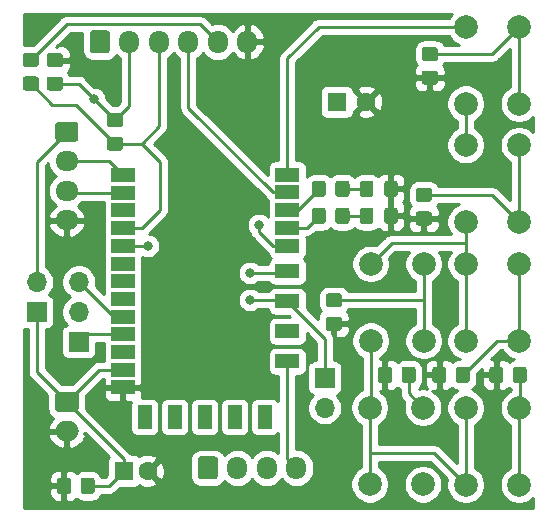
<source format=gtl>
G04 #@! TF.GenerationSoftware,KiCad,Pcbnew,5.1.9+dfsg1-1+deb11u1*
G04 #@! TF.CreationDate,2023-05-29T16:58:53+09:00*
G04 #@! TF.ProjectId,bluetooth_JDY-67_dev_board,626c7565-746f-46f7-9468-5f4a44592d36,rev?*
G04 #@! TF.SameCoordinates,Original*
G04 #@! TF.FileFunction,Copper,L1,Top*
G04 #@! TF.FilePolarity,Positive*
%FSLAX46Y46*%
G04 Gerber Fmt 4.6, Leading zero omitted, Abs format (unit mm)*
G04 Created by KiCad (PCBNEW 5.1.9+dfsg1-1+deb11u1) date 2023-05-29 16:58:53*
%MOMM*%
%LPD*%
G01*
G04 APERTURE LIST*
G04 #@! TA.AperFunction,ComponentPad*
%ADD10R,1.600000X1.600000*%
G04 #@! TD*
G04 #@! TA.AperFunction,ComponentPad*
%ADD11C,1.600000*%
G04 #@! TD*
G04 #@! TA.AperFunction,ComponentPad*
%ADD12O,2.000000X1.700000*%
G04 #@! TD*
G04 #@! TA.AperFunction,ComponentPad*
%ADD13R,1.700000X1.700000*%
G04 #@! TD*
G04 #@! TA.AperFunction,ComponentPad*
%ADD14O,1.700000X1.700000*%
G04 #@! TD*
G04 #@! TA.AperFunction,ComponentPad*
%ADD15O,1.950000X1.700000*%
G04 #@! TD*
G04 #@! TA.AperFunction,ComponentPad*
%ADD16O,1.700000X1.950000*%
G04 #@! TD*
G04 #@! TA.AperFunction,ComponentPad*
%ADD17C,2.000000*%
G04 #@! TD*
G04 #@! TA.AperFunction,SMDPad,CuDef*
%ADD18R,2.000000X1.200000*%
G04 #@! TD*
G04 #@! TA.AperFunction,SMDPad,CuDef*
%ADD19R,1.200000X2.000000*%
G04 #@! TD*
G04 #@! TA.AperFunction,ViaPad*
%ADD20C,0.800000*%
G04 #@! TD*
G04 #@! TA.AperFunction,Conductor*
%ADD21C,0.250000*%
G04 #@! TD*
G04 #@! TA.AperFunction,Conductor*
%ADD22C,0.254000*%
G04 #@! TD*
G04 #@! TA.AperFunction,Conductor*
%ADD23C,0.100000*%
G04 #@! TD*
G04 APERTURE END LIST*
D10*
X106204000Y-116332000D03*
D11*
X108204000Y-116332000D03*
G04 #@! TA.AperFunction,SMDPad,CuDef*
G36*
G01*
X103708000Y-117151999D02*
X103708000Y-118052001D01*
G75*
G02*
X103458001Y-118302000I-249999J0D01*
G01*
X102757999Y-118302000D01*
G75*
G02*
X102508000Y-118052001I0J249999D01*
G01*
X102508000Y-117151999D01*
G75*
G02*
X102757999Y-116902000I249999J0D01*
G01*
X103458001Y-116902000D01*
G75*
G02*
X103708000Y-117151999I0J-249999D01*
G01*
G37*
G04 #@! TD.AperFunction*
G04 #@! TA.AperFunction,SMDPad,CuDef*
G36*
G01*
X101708000Y-117151999D02*
X101708000Y-118052001D01*
G75*
G02*
X101458001Y-118302000I-249999J0D01*
G01*
X100757999Y-118302000D01*
G75*
G02*
X100508000Y-118052001I0J249999D01*
G01*
X100508000Y-117151999D01*
G75*
G02*
X100757999Y-116902000I249999J0D01*
G01*
X101458001Y-116902000D01*
G75*
G02*
X101708000Y-117151999I0J-249999D01*
G01*
G37*
G04 #@! TD.AperFunction*
G04 #@! TA.AperFunction,SMDPad,CuDef*
G36*
G01*
X100780001Y-82150000D02*
X99879999Y-82150000D01*
G75*
G02*
X99630000Y-81900001I0J249999D01*
G01*
X99630000Y-81199999D01*
G75*
G02*
X99879999Y-80950000I249999J0D01*
G01*
X100780001Y-80950000D01*
G75*
G02*
X101030000Y-81199999I0J-249999D01*
G01*
X101030000Y-81900001D01*
G75*
G02*
X100780001Y-82150000I-249999J0D01*
G01*
G37*
G04 #@! TD.AperFunction*
G04 #@! TA.AperFunction,SMDPad,CuDef*
G36*
G01*
X100780001Y-84150000D02*
X99879999Y-84150000D01*
G75*
G02*
X99630000Y-83900001I0J249999D01*
G01*
X99630000Y-83199999D01*
G75*
G02*
X99879999Y-82950000I249999J0D01*
G01*
X100780001Y-82950000D01*
G75*
G02*
X101030000Y-83199999I0J-249999D01*
G01*
X101030000Y-83900001D01*
G75*
G02*
X100780001Y-84150000I-249999J0D01*
G01*
G37*
G04 #@! TD.AperFunction*
G04 #@! TA.AperFunction,SMDPad,CuDef*
G36*
G01*
X129362000Y-92005999D02*
X129362000Y-92906001D01*
G75*
G02*
X129112001Y-93156000I-249999J0D01*
G01*
X128461999Y-93156000D01*
G75*
G02*
X128212000Y-92906001I0J249999D01*
G01*
X128212000Y-92005999D01*
G75*
G02*
X128461999Y-91756000I249999J0D01*
G01*
X129112001Y-91756000D01*
G75*
G02*
X129362000Y-92005999I0J-249999D01*
G01*
G37*
G04 #@! TD.AperFunction*
G04 #@! TA.AperFunction,SMDPad,CuDef*
G36*
G01*
X127312000Y-92005999D02*
X127312000Y-92906001D01*
G75*
G02*
X127062001Y-93156000I-249999J0D01*
G01*
X126411999Y-93156000D01*
G75*
G02*
X126162000Y-92906001I0J249999D01*
G01*
X126162000Y-92005999D01*
G75*
G02*
X126411999Y-91756000I249999J0D01*
G01*
X127062001Y-91756000D01*
G75*
G02*
X127312000Y-92005999I0J-249999D01*
G01*
G37*
G04 #@! TD.AperFunction*
G04 #@! TA.AperFunction,SMDPad,CuDef*
G36*
G01*
X127312000Y-94291999D02*
X127312000Y-95192001D01*
G75*
G02*
X127062001Y-95442000I-249999J0D01*
G01*
X126411999Y-95442000D01*
G75*
G02*
X126162000Y-95192001I0J249999D01*
G01*
X126162000Y-94291999D01*
G75*
G02*
X126411999Y-94042000I249999J0D01*
G01*
X127062001Y-94042000D01*
G75*
G02*
X127312000Y-94291999I0J-249999D01*
G01*
G37*
G04 #@! TD.AperFunction*
G04 #@! TA.AperFunction,SMDPad,CuDef*
G36*
G01*
X129362000Y-94291999D02*
X129362000Y-95192001D01*
G75*
G02*
X129112001Y-95442000I-249999J0D01*
G01*
X128461999Y-95442000D01*
G75*
G02*
X128212000Y-95192001I0J249999D01*
G01*
X128212000Y-94291999D01*
G75*
G02*
X128461999Y-94042000I249999J0D01*
G01*
X129112001Y-94042000D01*
G75*
G02*
X129362000Y-94291999I0J-249999D01*
G01*
G37*
G04 #@! TD.AperFunction*
G04 #@! TA.AperFunction,ComponentPad*
G36*
G01*
X100596000Y-109640000D02*
X102096000Y-109640000D01*
G75*
G02*
X102346000Y-109890000I0J-250000D01*
G01*
X102346000Y-111090000D01*
G75*
G02*
X102096000Y-111340000I-250000J0D01*
G01*
X100596000Y-111340000D01*
G75*
G02*
X100346000Y-111090000I0J250000D01*
G01*
X100346000Y-109890000D01*
G75*
G02*
X100596000Y-109640000I250000J0D01*
G01*
G37*
G04 #@! TD.AperFunction*
D12*
X101346000Y-112990000D03*
D13*
X98806000Y-102870000D03*
D14*
X98806000Y-100330000D03*
G04 #@! TA.AperFunction,ComponentPad*
G36*
G01*
X100621000Y-86780000D02*
X102071000Y-86780000D01*
G75*
G02*
X102321000Y-87030000I0J-250000D01*
G01*
X102321000Y-88230000D01*
G75*
G02*
X102071000Y-88480000I-250000J0D01*
G01*
X100621000Y-88480000D01*
G75*
G02*
X100371000Y-88230000I0J250000D01*
G01*
X100371000Y-87030000D01*
G75*
G02*
X100621000Y-86780000I250000J0D01*
G01*
G37*
G04 #@! TD.AperFunction*
D15*
X101346000Y-90130000D03*
X101346000Y-92630000D03*
X101346000Y-95130000D03*
D16*
X120784000Y-116078000D03*
X118284000Y-116078000D03*
X115784000Y-116078000D03*
G04 #@! TA.AperFunction,ComponentPad*
G36*
G01*
X112434000Y-116803000D02*
X112434000Y-115353000D01*
G75*
G02*
X112684000Y-115103000I250000J0D01*
G01*
X113884000Y-115103000D01*
G75*
G02*
X114134000Y-115353000I0J-250000D01*
G01*
X114134000Y-116803000D01*
G75*
G02*
X113884000Y-117053000I-250000J0D01*
G01*
X112684000Y-117053000D01*
G75*
G02*
X112434000Y-116803000I0J250000D01*
G01*
G37*
G04 #@! TD.AperFunction*
D14*
X123190000Y-110998000D03*
D13*
X123190000Y-108458000D03*
X102362000Y-105410000D03*
D14*
X102362000Y-102870000D03*
X102362000Y-100330000D03*
G04 #@! TA.AperFunction,ComponentPad*
G36*
G01*
X103290000Y-80735000D02*
X103290000Y-79285000D01*
G75*
G02*
X103540000Y-79035000I250000J0D01*
G01*
X104740000Y-79035000D01*
G75*
G02*
X104990000Y-79285000I0J-250000D01*
G01*
X104990000Y-80735000D01*
G75*
G02*
X104740000Y-80985000I-250000J0D01*
G01*
X103540000Y-80985000D01*
G75*
G02*
X103290000Y-80735000I0J250000D01*
G01*
G37*
G04 #@! TD.AperFunction*
D16*
X106640000Y-80010000D03*
X109140000Y-80010000D03*
X111640000Y-80010000D03*
X114140000Y-80010000D03*
X116640000Y-80010000D03*
D10*
X124206000Y-85090000D03*
D11*
X126706000Y-85090000D03*
G04 #@! TA.AperFunction,SMDPad,CuDef*
G36*
G01*
X105860001Y-87230000D02*
X104959999Y-87230000D01*
G75*
G02*
X104710000Y-86980001I0J249999D01*
G01*
X104710000Y-86279999D01*
G75*
G02*
X104959999Y-86030000I249999J0D01*
G01*
X105860001Y-86030000D01*
G75*
G02*
X106110000Y-86279999I0J-249999D01*
G01*
X106110000Y-86980001D01*
G75*
G02*
X105860001Y-87230000I-249999J0D01*
G01*
G37*
G04 #@! TD.AperFunction*
G04 #@! TA.AperFunction,SMDPad,CuDef*
G36*
G01*
X105860001Y-89230000D02*
X104959999Y-89230000D01*
G75*
G02*
X104710000Y-88980001I0J249999D01*
G01*
X104710000Y-88279999D01*
G75*
G02*
X104959999Y-88030000I249999J0D01*
G01*
X105860001Y-88030000D01*
G75*
G02*
X106110000Y-88279999I0J-249999D01*
G01*
X106110000Y-88980001D01*
G75*
G02*
X105860001Y-89230000I-249999J0D01*
G01*
G37*
G04 #@! TD.AperFunction*
G04 #@! TA.AperFunction,SMDPad,CuDef*
G36*
G01*
X97847999Y-80934000D02*
X98748001Y-80934000D01*
G75*
G02*
X98998000Y-81183999I0J-249999D01*
G01*
X98998000Y-81884001D01*
G75*
G02*
X98748001Y-82134000I-249999J0D01*
G01*
X97847999Y-82134000D01*
G75*
G02*
X97598000Y-81884001I0J249999D01*
G01*
X97598000Y-81183999D01*
G75*
G02*
X97847999Y-80934000I249999J0D01*
G01*
G37*
G04 #@! TD.AperFunction*
G04 #@! TA.AperFunction,SMDPad,CuDef*
G36*
G01*
X97847999Y-82934000D02*
X98748001Y-82934000D01*
G75*
G02*
X98998000Y-83183999I0J-249999D01*
G01*
X98998000Y-83884001D01*
G75*
G02*
X98748001Y-84134000I-249999J0D01*
G01*
X97847999Y-84134000D01*
G75*
G02*
X97598000Y-83884001I0J249999D01*
G01*
X97598000Y-83183999D01*
G75*
G02*
X97847999Y-82934000I249999J0D01*
G01*
G37*
G04 #@! TD.AperFunction*
G04 #@! TA.AperFunction,SMDPad,CuDef*
G36*
G01*
X123282000Y-92005999D02*
X123282000Y-92906001D01*
G75*
G02*
X123032001Y-93156000I-249999J0D01*
G01*
X122331999Y-93156000D01*
G75*
G02*
X122082000Y-92906001I0J249999D01*
G01*
X122082000Y-92005999D01*
G75*
G02*
X122331999Y-91756000I249999J0D01*
G01*
X123032001Y-91756000D01*
G75*
G02*
X123282000Y-92005999I0J-249999D01*
G01*
G37*
G04 #@! TD.AperFunction*
G04 #@! TA.AperFunction,SMDPad,CuDef*
G36*
G01*
X125282000Y-92005999D02*
X125282000Y-92906001D01*
G75*
G02*
X125032001Y-93156000I-249999J0D01*
G01*
X124331999Y-93156000D01*
G75*
G02*
X124082000Y-92906001I0J249999D01*
G01*
X124082000Y-92005999D01*
G75*
G02*
X124331999Y-91756000I249999J0D01*
G01*
X125032001Y-91756000D01*
G75*
G02*
X125282000Y-92005999I0J-249999D01*
G01*
G37*
G04 #@! TD.AperFunction*
G04 #@! TA.AperFunction,SMDPad,CuDef*
G36*
G01*
X125282000Y-94291999D02*
X125282000Y-95192001D01*
G75*
G02*
X125032001Y-95442000I-249999J0D01*
G01*
X124331999Y-95442000D01*
G75*
G02*
X124082000Y-95192001I0J249999D01*
G01*
X124082000Y-94291999D01*
G75*
G02*
X124331999Y-94042000I249999J0D01*
G01*
X125032001Y-94042000D01*
G75*
G02*
X125282000Y-94291999I0J-249999D01*
G01*
G37*
G04 #@! TD.AperFunction*
G04 #@! TA.AperFunction,SMDPad,CuDef*
G36*
G01*
X123282000Y-94291999D02*
X123282000Y-95192001D01*
G75*
G02*
X123032001Y-95442000I-249999J0D01*
G01*
X122331999Y-95442000D01*
G75*
G02*
X122082000Y-95192001I0J249999D01*
G01*
X122082000Y-94291999D01*
G75*
G02*
X122331999Y-94042000I249999J0D01*
G01*
X123032001Y-94042000D01*
G75*
G02*
X123282000Y-94291999I0J-249999D01*
G01*
G37*
G04 #@! TD.AperFunction*
G04 #@! TA.AperFunction,SMDPad,CuDef*
G36*
G01*
X132022001Y-95564000D02*
X131121999Y-95564000D01*
G75*
G02*
X130872000Y-95314001I0J249999D01*
G01*
X130872000Y-94613999D01*
G75*
G02*
X131121999Y-94364000I249999J0D01*
G01*
X132022001Y-94364000D01*
G75*
G02*
X132272000Y-94613999I0J-249999D01*
G01*
X132272000Y-95314001D01*
G75*
G02*
X132022001Y-95564000I-249999J0D01*
G01*
G37*
G04 #@! TD.AperFunction*
G04 #@! TA.AperFunction,SMDPad,CuDef*
G36*
G01*
X132022001Y-93564000D02*
X131121999Y-93564000D01*
G75*
G02*
X130872000Y-93314001I0J249999D01*
G01*
X130872000Y-92613999D01*
G75*
G02*
X131121999Y-92364000I249999J0D01*
G01*
X132022001Y-92364000D01*
G75*
G02*
X132272000Y-92613999I0J-249999D01*
G01*
X132272000Y-93314001D01*
G75*
G02*
X132022001Y-93564000I-249999J0D01*
G01*
G37*
G04 #@! TD.AperFunction*
G04 #@! TA.AperFunction,SMDPad,CuDef*
G36*
G01*
X139100000Y-108654001D02*
X139100000Y-107753999D01*
G75*
G02*
X139349999Y-107504000I249999J0D01*
G01*
X140050001Y-107504000D01*
G75*
G02*
X140300000Y-107753999I0J-249999D01*
G01*
X140300000Y-108654001D01*
G75*
G02*
X140050001Y-108904000I-249999J0D01*
G01*
X139349999Y-108904000D01*
G75*
G02*
X139100000Y-108654001I0J249999D01*
G01*
G37*
G04 #@! TD.AperFunction*
G04 #@! TA.AperFunction,SMDPad,CuDef*
G36*
G01*
X137100000Y-108654001D02*
X137100000Y-107753999D01*
G75*
G02*
X137349999Y-107504000I249999J0D01*
G01*
X138050001Y-107504000D01*
G75*
G02*
X138300000Y-107753999I0J-249999D01*
G01*
X138300000Y-108654001D01*
G75*
G02*
X138050001Y-108904000I-249999J0D01*
G01*
X137349999Y-108904000D01*
G75*
G02*
X137100000Y-108654001I0J249999D01*
G01*
G37*
G04 #@! TD.AperFunction*
G04 #@! TA.AperFunction,SMDPad,CuDef*
G36*
G01*
X127686000Y-108654001D02*
X127686000Y-107753999D01*
G75*
G02*
X127935999Y-107504000I249999J0D01*
G01*
X128636001Y-107504000D01*
G75*
G02*
X128886000Y-107753999I0J-249999D01*
G01*
X128886000Y-108654001D01*
G75*
G02*
X128636001Y-108904000I-249999J0D01*
G01*
X127935999Y-108904000D01*
G75*
G02*
X127686000Y-108654001I0J249999D01*
G01*
G37*
G04 #@! TD.AperFunction*
G04 #@! TA.AperFunction,SMDPad,CuDef*
G36*
G01*
X129686000Y-108654001D02*
X129686000Y-107753999D01*
G75*
G02*
X129935999Y-107504000I249999J0D01*
G01*
X130636001Y-107504000D01*
G75*
G02*
X130886000Y-107753999I0J-249999D01*
G01*
X130886000Y-108654001D01*
G75*
G02*
X130636001Y-108904000I-249999J0D01*
G01*
X129935999Y-108904000D01*
G75*
G02*
X129686000Y-108654001I0J249999D01*
G01*
G37*
G04 #@! TD.AperFunction*
G04 #@! TA.AperFunction,SMDPad,CuDef*
G36*
G01*
X124402001Y-102486000D02*
X123501999Y-102486000D01*
G75*
G02*
X123252000Y-102236001I0J249999D01*
G01*
X123252000Y-101535999D01*
G75*
G02*
X123501999Y-101286000I249999J0D01*
G01*
X124402001Y-101286000D01*
G75*
G02*
X124652000Y-101535999I0J-249999D01*
G01*
X124652000Y-102236001D01*
G75*
G02*
X124402001Y-102486000I-249999J0D01*
G01*
G37*
G04 #@! TD.AperFunction*
G04 #@! TA.AperFunction,SMDPad,CuDef*
G36*
G01*
X124402001Y-104486000D02*
X123501999Y-104486000D01*
G75*
G02*
X123252000Y-104236001I0J249999D01*
G01*
X123252000Y-103535999D01*
G75*
G02*
X123501999Y-103286000I249999J0D01*
G01*
X124402001Y-103286000D01*
G75*
G02*
X124652000Y-103535999I0J-249999D01*
G01*
X124652000Y-104236001D01*
G75*
G02*
X124402001Y-104486000I-249999J0D01*
G01*
G37*
G04 #@! TD.AperFunction*
G04 #@! TA.AperFunction,SMDPad,CuDef*
G36*
G01*
X132274000Y-108654001D02*
X132274000Y-107753999D01*
G75*
G02*
X132523999Y-107504000I249999J0D01*
G01*
X133224001Y-107504000D01*
G75*
G02*
X133474000Y-107753999I0J-249999D01*
G01*
X133474000Y-108654001D01*
G75*
G02*
X133224001Y-108904000I-249999J0D01*
G01*
X132523999Y-108904000D01*
G75*
G02*
X132274000Y-108654001I0J249999D01*
G01*
G37*
G04 #@! TD.AperFunction*
G04 #@! TA.AperFunction,SMDPad,CuDef*
G36*
G01*
X134274000Y-108654001D02*
X134274000Y-107753999D01*
G75*
G02*
X134523999Y-107504000I249999J0D01*
G01*
X135224001Y-107504000D01*
G75*
G02*
X135474000Y-107753999I0J-249999D01*
G01*
X135474000Y-108654001D01*
G75*
G02*
X135224001Y-108904000I-249999J0D01*
G01*
X134523999Y-108904000D01*
G75*
G02*
X134274000Y-108654001I0J249999D01*
G01*
G37*
G04 #@! TD.AperFunction*
G04 #@! TA.AperFunction,SMDPad,CuDef*
G36*
G01*
X132530001Y-81642000D02*
X131629999Y-81642000D01*
G75*
G02*
X131380000Y-81392001I0J249999D01*
G01*
X131380000Y-80691999D01*
G75*
G02*
X131629999Y-80442000I249999J0D01*
G01*
X132530001Y-80442000D01*
G75*
G02*
X132780000Y-80691999I0J-249999D01*
G01*
X132780000Y-81392001D01*
G75*
G02*
X132530001Y-81642000I-249999J0D01*
G01*
G37*
G04 #@! TD.AperFunction*
G04 #@! TA.AperFunction,SMDPad,CuDef*
G36*
G01*
X132530001Y-83642000D02*
X131629999Y-83642000D01*
G75*
G02*
X131380000Y-83392001I0J249999D01*
G01*
X131380000Y-82691999D01*
G75*
G02*
X131629999Y-82442000I249999J0D01*
G01*
X132530001Y-82442000D01*
G75*
G02*
X132780000Y-82691999I0J-249999D01*
G01*
X132780000Y-83392001D01*
G75*
G02*
X132530001Y-83642000I-249999J0D01*
G01*
G37*
G04 #@! TD.AperFunction*
D17*
X139628000Y-95250000D03*
X135128000Y-95250000D03*
X139628000Y-88750000D03*
X135128000Y-88750000D03*
X135128000Y-110998000D03*
X139628000Y-110998000D03*
X135128000Y-117498000D03*
X139628000Y-117498000D03*
X131500000Y-117475000D03*
X127000000Y-117475000D03*
X131500000Y-110975000D03*
X127000000Y-110975000D03*
X127072000Y-98806000D03*
X131572000Y-98806000D03*
X127072000Y-105306000D03*
X131572000Y-105306000D03*
X139628000Y-105306000D03*
X135128000Y-105306000D03*
X139628000Y-98806000D03*
X135128000Y-98806000D03*
X135128000Y-78740000D03*
X139628000Y-78740000D03*
X135128000Y-85240000D03*
X139628000Y-85240000D03*
D18*
X106095800Y-91287600D03*
X106095800Y-92786200D03*
X106095800Y-94284800D03*
X106095800Y-95783400D03*
X106095800Y-97282000D03*
X106095800Y-98780600D03*
X106095800Y-100279200D03*
X106095800Y-101777800D03*
X106095800Y-103276400D03*
X106095800Y-104775000D03*
X106095800Y-106273600D03*
X106095800Y-107772200D03*
X106095800Y-109270800D03*
X120015000Y-97256600D03*
X120015000Y-95758000D03*
X120015000Y-94259400D03*
X120015000Y-92760800D03*
X120015000Y-91262200D03*
X120015000Y-107061000D03*
X120015000Y-104521000D03*
X120015000Y-101981000D03*
X120015000Y-99441000D03*
D19*
X107950000Y-111760000D03*
X110490000Y-111760000D03*
X113030000Y-111760000D03*
X115570000Y-111760000D03*
X118110000Y-111760000D03*
D20*
X102108000Y-81534000D03*
X103632000Y-84836000D03*
X120015000Y-104521000D03*
X116840000Y-101854000D03*
X116840000Y-99568000D03*
X108204000Y-97282000D03*
X117602000Y-95504000D03*
D21*
X98806000Y-107950000D02*
X101346000Y-110490000D01*
X98806000Y-102870000D02*
X98806000Y-107950000D01*
X104063800Y-107772200D02*
X106095800Y-107772200D01*
X101346000Y-110490000D02*
X104063800Y-107772200D01*
X106204000Y-115348000D02*
X106204000Y-116332000D01*
X101346000Y-110490000D02*
X106204000Y-115348000D01*
X104934000Y-117602000D02*
X106204000Y-116332000D01*
X103108000Y-117602000D02*
X104934000Y-117602000D01*
X106640000Y-85400000D02*
X105410000Y-86630000D01*
X106640000Y-80010000D02*
X106640000Y-85400000D01*
X105410000Y-86614000D02*
X103632000Y-84836000D01*
X105410000Y-86630000D02*
X105410000Y-86614000D01*
X102346000Y-83550000D02*
X103632000Y-84836000D01*
X100330000Y-83550000D02*
X102346000Y-83550000D01*
X124682000Y-92456000D02*
X126737000Y-92456000D01*
X124682000Y-94742000D02*
X126737000Y-94742000D01*
X98806000Y-90170000D02*
X98806000Y-100330000D01*
X101346000Y-87630000D02*
X98806000Y-90170000D01*
X104938200Y-90130000D02*
X106095800Y-91287600D01*
X101346000Y-90130000D02*
X104938200Y-90130000D01*
X101502200Y-92786200D02*
X101346000Y-92630000D01*
X106095800Y-92786200D02*
X101502200Y-92786200D01*
X120015000Y-115309000D02*
X120784000Y-116078000D01*
X120015000Y-107061000D02*
X120015000Y-115309000D01*
X119888000Y-101854000D02*
X120015000Y-101981000D01*
X116840000Y-101854000D02*
X119888000Y-101854000D01*
X123190000Y-105156000D02*
X123190000Y-108458000D01*
X120015000Y-101981000D02*
X123190000Y-105156000D01*
X119888000Y-99568000D02*
X120015000Y-99441000D01*
X116840000Y-99568000D02*
X119888000Y-99568000D01*
X102997000Y-104775000D02*
X106095800Y-104775000D01*
X102362000Y-105410000D02*
X102997000Y-104775000D01*
X105308400Y-103276400D02*
X106095800Y-103276400D01*
X102362000Y-100330000D02*
X105308400Y-103276400D01*
X106095800Y-97282000D02*
X108204000Y-97282000D01*
X105410000Y-88630000D02*
X107680000Y-88630000D01*
X107680000Y-88630000D02*
X109220000Y-90170000D01*
X106095800Y-95783400D02*
X107670600Y-95783400D01*
X107670600Y-95783400D02*
X109220000Y-94234000D01*
X109220000Y-94234000D02*
X109220000Y-90170000D01*
X109140000Y-87170000D02*
X107680000Y-88630000D01*
X109140000Y-80010000D02*
X109140000Y-87170000D01*
X98298000Y-83534000D02*
X100108000Y-85344000D01*
X102124000Y-85344000D02*
X105410000Y-88630000D01*
X100108000Y-85344000D02*
X102124000Y-85344000D01*
X118765000Y-92760800D02*
X120015000Y-92760800D01*
X111640000Y-85635800D02*
X118765000Y-92760800D01*
X111640000Y-80010000D02*
X111640000Y-85635800D01*
X112616000Y-78486000D02*
X114140000Y-80010000D01*
X101346000Y-78486000D02*
X98298000Y-81534000D01*
X112616000Y-78486000D02*
X101346000Y-78486000D01*
X117602000Y-96093600D02*
X117602000Y-95504000D01*
X118765000Y-97256600D02*
X117602000Y-96093600D01*
X120015000Y-97256600D02*
X118765000Y-97256600D01*
X120878600Y-94259400D02*
X120015000Y-94259400D01*
X122682000Y-92456000D02*
X120878600Y-94259400D01*
X121666000Y-95758000D02*
X122682000Y-94742000D01*
X120015000Y-95758000D02*
X121666000Y-95758000D01*
X137342000Y-92964000D02*
X139628000Y-95250000D01*
X131572000Y-92964000D02*
X137342000Y-92964000D01*
X139628000Y-88750000D02*
X139628000Y-95250000D01*
X139700000Y-110926000D02*
X139628000Y-110998000D01*
X139700000Y-108204000D02*
X139700000Y-110926000D01*
X139628000Y-110998000D02*
X139628000Y-117498000D01*
X130286000Y-109761000D02*
X131500000Y-110975000D01*
X130286000Y-108204000D02*
X130286000Y-109761000D01*
X131540000Y-101886000D02*
X131572000Y-101854000D01*
X123952000Y-101886000D02*
X131540000Y-101886000D01*
X131572000Y-101854000D02*
X131572000Y-105306000D01*
X131572000Y-98806000D02*
X131572000Y-101854000D01*
X137772000Y-105306000D02*
X139628000Y-105306000D01*
X134874000Y-108204000D02*
X137772000Y-105306000D01*
X139628000Y-98806000D02*
X139628000Y-105306000D01*
X137326000Y-81042000D02*
X139628000Y-78740000D01*
X132080000Y-81042000D02*
X137326000Y-81042000D01*
X139628000Y-78740000D02*
X139628000Y-85240000D01*
X135128000Y-85240000D02*
X135128000Y-88750000D01*
X128850000Y-97028000D02*
X135128000Y-97028000D01*
X127072000Y-98806000D02*
X128850000Y-97028000D01*
X135128000Y-97028000D02*
X135128000Y-95250000D01*
X135128000Y-98806000D02*
X135128000Y-97028000D01*
X127072000Y-110903000D02*
X127000000Y-110975000D01*
X127072000Y-105306000D02*
X127072000Y-110903000D01*
X127000000Y-110975000D02*
X127000000Y-114808000D01*
X132438000Y-114808000D02*
X135128000Y-117498000D01*
X127000000Y-114808000D02*
X132438000Y-114808000D01*
X127000000Y-114808000D02*
X127000000Y-117475000D01*
X135128000Y-117498000D02*
X135128000Y-110998000D01*
X135128000Y-105306000D02*
X135128000Y-98806000D01*
X135128000Y-78740000D02*
X122682000Y-78740000D01*
X120015000Y-81407000D02*
X120015000Y-91262200D01*
X122682000Y-78740000D02*
X120015000Y-81407000D01*
D22*
X133679082Y-79514463D02*
X133858013Y-79782252D01*
X134085748Y-80009987D01*
X134353537Y-80188918D01*
X134578256Y-80282000D01*
X133312976Y-80282000D01*
X133268405Y-80198613D01*
X133157962Y-80064038D01*
X133023387Y-79953595D01*
X132869851Y-79871528D01*
X132703255Y-79820992D01*
X132530001Y-79803928D01*
X131629999Y-79803928D01*
X131456745Y-79820992D01*
X131290149Y-79871528D01*
X131136613Y-79953595D01*
X131002038Y-80064038D01*
X130891595Y-80198613D01*
X130809528Y-80352149D01*
X130758992Y-80518745D01*
X130741928Y-80691999D01*
X130741928Y-81392001D01*
X130758992Y-81565255D01*
X130809528Y-81731851D01*
X130891595Y-81885387D01*
X130958276Y-81966637D01*
X130928815Y-81990815D01*
X130849463Y-82087506D01*
X130790498Y-82197820D01*
X130754188Y-82317518D01*
X130741928Y-82442000D01*
X130745000Y-82756250D01*
X130903750Y-82915000D01*
X131953000Y-82915000D01*
X131953000Y-82895000D01*
X132207000Y-82895000D01*
X132207000Y-82915000D01*
X133256250Y-82915000D01*
X133415000Y-82756250D01*
X133418072Y-82442000D01*
X133405812Y-82317518D01*
X133369502Y-82197820D01*
X133310537Y-82087506D01*
X133231185Y-81990815D01*
X133201724Y-81966637D01*
X133268405Y-81885387D01*
X133312976Y-81802000D01*
X137288678Y-81802000D01*
X137326000Y-81805676D01*
X137363322Y-81802000D01*
X137363333Y-81802000D01*
X137474986Y-81791003D01*
X137618247Y-81747546D01*
X137750276Y-81676974D01*
X137866001Y-81582001D01*
X137889804Y-81552997D01*
X138868000Y-80574801D01*
X138868001Y-83785091D01*
X138853537Y-83791082D01*
X138585748Y-83970013D01*
X138358013Y-84197748D01*
X138179082Y-84465537D01*
X138055832Y-84763088D01*
X137993000Y-85078967D01*
X137993000Y-85401033D01*
X138055832Y-85716912D01*
X138179082Y-86014463D01*
X138358013Y-86282252D01*
X138585748Y-86509987D01*
X138853537Y-86688918D01*
X139151088Y-86812168D01*
X139466967Y-86875000D01*
X139789033Y-86875000D01*
X140104912Y-86812168D01*
X140402463Y-86688918D01*
X140670252Y-86509987D01*
X140818000Y-86362239D01*
X140818000Y-87627761D01*
X140670252Y-87480013D01*
X140402463Y-87301082D01*
X140104912Y-87177832D01*
X139789033Y-87115000D01*
X139466967Y-87115000D01*
X139151088Y-87177832D01*
X138853537Y-87301082D01*
X138585748Y-87480013D01*
X138358013Y-87707748D01*
X138179082Y-87975537D01*
X138055832Y-88273088D01*
X137993000Y-88588967D01*
X137993000Y-88911033D01*
X138055832Y-89226912D01*
X138179082Y-89524463D01*
X138358013Y-89792252D01*
X138585748Y-90019987D01*
X138853537Y-90198918D01*
X138868000Y-90204909D01*
X138868001Y-93415199D01*
X137905804Y-92453003D01*
X137882001Y-92423999D01*
X137766276Y-92329026D01*
X137634247Y-92258454D01*
X137490986Y-92214997D01*
X137379333Y-92204000D01*
X137379322Y-92204000D01*
X137342000Y-92200324D01*
X137304678Y-92204000D01*
X132804976Y-92204000D01*
X132760405Y-92120613D01*
X132649962Y-91986038D01*
X132515387Y-91875595D01*
X132361851Y-91793528D01*
X132195255Y-91742992D01*
X132022001Y-91725928D01*
X131121999Y-91725928D01*
X130948745Y-91742992D01*
X130782149Y-91793528D01*
X130628613Y-91875595D01*
X130494038Y-91986038D01*
X130383595Y-92120613D01*
X130301528Y-92274149D01*
X130250992Y-92440745D01*
X130233928Y-92613999D01*
X130233928Y-93314001D01*
X130250992Y-93487255D01*
X130301528Y-93653851D01*
X130383595Y-93807387D01*
X130450276Y-93888637D01*
X130420815Y-93912815D01*
X130341463Y-94009506D01*
X130282498Y-94119820D01*
X130246188Y-94239518D01*
X130233928Y-94364000D01*
X130237000Y-94678250D01*
X130395750Y-94837000D01*
X131445000Y-94837000D01*
X131445000Y-94817000D01*
X131699000Y-94817000D01*
X131699000Y-94837000D01*
X132748250Y-94837000D01*
X132907000Y-94678250D01*
X132910072Y-94364000D01*
X132897812Y-94239518D01*
X132861502Y-94119820D01*
X132802537Y-94009506D01*
X132723185Y-93912815D01*
X132693724Y-93888637D01*
X132760405Y-93807387D01*
X132804976Y-93724000D01*
X134539629Y-93724000D01*
X134353537Y-93801082D01*
X134085748Y-93980013D01*
X133858013Y-94207748D01*
X133679082Y-94475537D01*
X133555832Y-94773088D01*
X133493000Y-95088967D01*
X133493000Y-95411033D01*
X133555832Y-95726912D01*
X133679082Y-96024463D01*
X133841808Y-96268000D01*
X128887325Y-96268000D01*
X128850000Y-96264324D01*
X128812675Y-96268000D01*
X128812667Y-96268000D01*
X128701014Y-96278997D01*
X128557753Y-96322454D01*
X128425724Y-96393026D01*
X128309999Y-96487999D01*
X128286201Y-96516997D01*
X127563375Y-97239823D01*
X127548912Y-97233832D01*
X127233033Y-97171000D01*
X126910967Y-97171000D01*
X126595088Y-97233832D01*
X126297537Y-97357082D01*
X126029748Y-97536013D01*
X125802013Y-97763748D01*
X125623082Y-98031537D01*
X125499832Y-98329088D01*
X125437000Y-98644967D01*
X125437000Y-98967033D01*
X125499832Y-99282912D01*
X125623082Y-99580463D01*
X125802013Y-99848252D01*
X126029748Y-100075987D01*
X126297537Y-100254918D01*
X126595088Y-100378168D01*
X126910967Y-100441000D01*
X127233033Y-100441000D01*
X127548912Y-100378168D01*
X127846463Y-100254918D01*
X128114252Y-100075987D01*
X128341987Y-99848252D01*
X128520918Y-99580463D01*
X128644168Y-99282912D01*
X128707000Y-98967033D01*
X128707000Y-98644967D01*
X128644168Y-98329088D01*
X128638177Y-98314625D01*
X129164802Y-97788000D01*
X130285808Y-97788000D01*
X130123082Y-98031537D01*
X129999832Y-98329088D01*
X129937000Y-98644967D01*
X129937000Y-98967033D01*
X129999832Y-99282912D01*
X130123082Y-99580463D01*
X130302013Y-99848252D01*
X130529748Y-100075987D01*
X130797537Y-100254918D01*
X130812000Y-100260909D01*
X130812001Y-101126000D01*
X125184976Y-101126000D01*
X125140405Y-101042613D01*
X125029962Y-100908038D01*
X124895387Y-100797595D01*
X124741851Y-100715528D01*
X124575255Y-100664992D01*
X124402001Y-100647928D01*
X123501999Y-100647928D01*
X123328745Y-100664992D01*
X123162149Y-100715528D01*
X123008613Y-100797595D01*
X122874038Y-100908038D01*
X122763595Y-101042613D01*
X122681528Y-101196149D01*
X122630992Y-101362745D01*
X122613928Y-101535999D01*
X122613928Y-102236001D01*
X122630992Y-102409255D01*
X122681528Y-102575851D01*
X122763595Y-102729387D01*
X122830276Y-102810637D01*
X122800815Y-102834815D01*
X122721463Y-102931506D01*
X122662498Y-103041820D01*
X122626188Y-103161518D01*
X122613928Y-103286000D01*
X122616091Y-103507290D01*
X121653072Y-102544271D01*
X121653072Y-101381000D01*
X121640812Y-101256518D01*
X121604502Y-101136820D01*
X121545537Y-101026506D01*
X121466185Y-100929815D01*
X121369494Y-100850463D01*
X121259180Y-100791498D01*
X121139482Y-100755188D01*
X121015000Y-100742928D01*
X119015000Y-100742928D01*
X118890518Y-100755188D01*
X118770820Y-100791498D01*
X118660506Y-100850463D01*
X118563815Y-100929815D01*
X118484463Y-101026506D01*
X118448386Y-101094000D01*
X117543711Y-101094000D01*
X117499774Y-101050063D01*
X117330256Y-100936795D01*
X117141898Y-100858774D01*
X116941939Y-100819000D01*
X116738061Y-100819000D01*
X116538102Y-100858774D01*
X116349744Y-100936795D01*
X116180226Y-101050063D01*
X116036063Y-101194226D01*
X115922795Y-101363744D01*
X115844774Y-101552102D01*
X115805000Y-101752061D01*
X115805000Y-101955939D01*
X115844774Y-102155898D01*
X115922795Y-102344256D01*
X116036063Y-102513774D01*
X116180226Y-102657937D01*
X116349744Y-102771205D01*
X116538102Y-102849226D01*
X116738061Y-102889000D01*
X116941939Y-102889000D01*
X117141898Y-102849226D01*
X117330256Y-102771205D01*
X117499774Y-102657937D01*
X117543711Y-102614000D01*
X118380178Y-102614000D01*
X118389188Y-102705482D01*
X118425498Y-102825180D01*
X118484463Y-102935494D01*
X118563815Y-103032185D01*
X118660506Y-103111537D01*
X118770820Y-103170502D01*
X118890518Y-103206812D01*
X119015000Y-103219072D01*
X120178271Y-103219072D01*
X120242127Y-103282928D01*
X119015000Y-103282928D01*
X118890518Y-103295188D01*
X118770820Y-103331498D01*
X118660506Y-103390463D01*
X118563815Y-103469815D01*
X118484463Y-103566506D01*
X118425498Y-103676820D01*
X118389188Y-103796518D01*
X118376928Y-103921000D01*
X118376928Y-105121000D01*
X118389188Y-105245482D01*
X118425498Y-105365180D01*
X118484463Y-105475494D01*
X118563815Y-105572185D01*
X118660506Y-105651537D01*
X118770820Y-105710502D01*
X118890518Y-105746812D01*
X119015000Y-105759072D01*
X121015000Y-105759072D01*
X121139482Y-105746812D01*
X121259180Y-105710502D01*
X121369494Y-105651537D01*
X121466185Y-105572185D01*
X121545537Y-105475494D01*
X121604502Y-105365180D01*
X121640812Y-105245482D01*
X121653072Y-105121000D01*
X121653072Y-104693874D01*
X122430000Y-105470802D01*
X122430001Y-106969928D01*
X122340000Y-106969928D01*
X122215518Y-106982188D01*
X122095820Y-107018498D01*
X121985506Y-107077463D01*
X121888815Y-107156815D01*
X121809463Y-107253506D01*
X121750498Y-107363820D01*
X121714188Y-107483518D01*
X121701928Y-107608000D01*
X121701928Y-109308000D01*
X121714188Y-109432482D01*
X121750498Y-109552180D01*
X121809463Y-109662494D01*
X121888815Y-109759185D01*
X121985506Y-109838537D01*
X122095820Y-109897502D01*
X122168380Y-109919513D01*
X122036525Y-110051368D01*
X121874010Y-110294589D01*
X121762068Y-110564842D01*
X121705000Y-110851740D01*
X121705000Y-111144260D01*
X121762068Y-111431158D01*
X121874010Y-111701411D01*
X122036525Y-111944632D01*
X122243368Y-112151475D01*
X122486589Y-112313990D01*
X122756842Y-112425932D01*
X123043740Y-112483000D01*
X123336260Y-112483000D01*
X123623158Y-112425932D01*
X123893411Y-112313990D01*
X124136632Y-112151475D01*
X124343475Y-111944632D01*
X124505990Y-111701411D01*
X124617932Y-111431158D01*
X124675000Y-111144260D01*
X124675000Y-110851740D01*
X124617932Y-110564842D01*
X124505990Y-110294589D01*
X124343475Y-110051368D01*
X124211620Y-109919513D01*
X124284180Y-109897502D01*
X124394494Y-109838537D01*
X124491185Y-109759185D01*
X124570537Y-109662494D01*
X124629502Y-109552180D01*
X124665812Y-109432482D01*
X124678072Y-109308000D01*
X124678072Y-107608000D01*
X124665812Y-107483518D01*
X124629502Y-107363820D01*
X124570537Y-107253506D01*
X124491185Y-107156815D01*
X124394494Y-107077463D01*
X124284180Y-107018498D01*
X124164482Y-106982188D01*
X124040000Y-106969928D01*
X123950000Y-106969928D01*
X123950000Y-105193322D01*
X123953676Y-105155999D01*
X123950000Y-105118676D01*
X123950000Y-105118667D01*
X123939003Y-105007014D01*
X123895546Y-104863753D01*
X123843295Y-104765999D01*
X123825000Y-104731772D01*
X123825000Y-104013000D01*
X124079000Y-104013000D01*
X124079000Y-104962250D01*
X124237750Y-105121000D01*
X124652000Y-105124072D01*
X124776482Y-105111812D01*
X124896180Y-105075502D01*
X125006494Y-105016537D01*
X125103185Y-104937185D01*
X125182537Y-104840494D01*
X125241502Y-104730180D01*
X125277812Y-104610482D01*
X125290072Y-104486000D01*
X125287000Y-104171750D01*
X125128250Y-104013000D01*
X124079000Y-104013000D01*
X123825000Y-104013000D01*
X123805000Y-104013000D01*
X123805000Y-103759000D01*
X123825000Y-103759000D01*
X123825000Y-103739000D01*
X124079000Y-103739000D01*
X124079000Y-103759000D01*
X125128250Y-103759000D01*
X125287000Y-103600250D01*
X125290072Y-103286000D01*
X125277812Y-103161518D01*
X125241502Y-103041820D01*
X125182537Y-102931506D01*
X125103185Y-102834815D01*
X125073724Y-102810637D01*
X125140405Y-102729387D01*
X125184976Y-102646000D01*
X130812000Y-102646000D01*
X130812001Y-103851091D01*
X130797537Y-103857082D01*
X130529748Y-104036013D01*
X130302013Y-104263748D01*
X130123082Y-104531537D01*
X129999832Y-104829088D01*
X129937000Y-105144967D01*
X129937000Y-105467033D01*
X129999832Y-105782912D01*
X130123082Y-106080463D01*
X130302013Y-106348252D01*
X130529748Y-106575987D01*
X130797537Y-106754918D01*
X131095088Y-106878168D01*
X131410967Y-106941000D01*
X131733033Y-106941000D01*
X132048912Y-106878168D01*
X132346463Y-106754918D01*
X132614252Y-106575987D01*
X132841987Y-106348252D01*
X133020918Y-106080463D01*
X133144168Y-105782912D01*
X133207000Y-105467033D01*
X133207000Y-105144967D01*
X133144168Y-104829088D01*
X133020918Y-104531537D01*
X132841987Y-104263748D01*
X132614252Y-104036013D01*
X132346463Y-103857082D01*
X132332000Y-103851091D01*
X132332000Y-101891322D01*
X132335676Y-101854000D01*
X132332000Y-101816677D01*
X132332000Y-100260909D01*
X132346463Y-100254918D01*
X132614252Y-100075987D01*
X132841987Y-99848252D01*
X133020918Y-99580463D01*
X133144168Y-99282912D01*
X133207000Y-98967033D01*
X133207000Y-98644967D01*
X133144168Y-98329088D01*
X133020918Y-98031537D01*
X132858192Y-97788000D01*
X133841808Y-97788000D01*
X133679082Y-98031537D01*
X133555832Y-98329088D01*
X133493000Y-98644967D01*
X133493000Y-98967033D01*
X133555832Y-99282912D01*
X133679082Y-99580463D01*
X133858013Y-99848252D01*
X134085748Y-100075987D01*
X134353537Y-100254918D01*
X134368001Y-100260909D01*
X134368000Y-103851091D01*
X134353537Y-103857082D01*
X134085748Y-104036013D01*
X133858013Y-104263748D01*
X133679082Y-104531537D01*
X133555832Y-104829088D01*
X133493000Y-105144967D01*
X133493000Y-105467033D01*
X133555832Y-105782912D01*
X133679082Y-106080463D01*
X133858013Y-106348252D01*
X134085748Y-106575987D01*
X134353537Y-106754918D01*
X134621538Y-106865928D01*
X134523999Y-106865928D01*
X134350745Y-106882992D01*
X134184149Y-106933528D01*
X134030613Y-107015595D01*
X133949363Y-107082276D01*
X133925185Y-107052815D01*
X133828494Y-106973463D01*
X133718180Y-106914498D01*
X133598482Y-106878188D01*
X133474000Y-106865928D01*
X133159750Y-106869000D01*
X133001000Y-107027750D01*
X133001000Y-108077000D01*
X133021000Y-108077000D01*
X133021000Y-108331000D01*
X133001000Y-108331000D01*
X133001000Y-109380250D01*
X133159750Y-109539000D01*
X133474000Y-109542072D01*
X133598482Y-109529812D01*
X133718180Y-109493502D01*
X133828494Y-109434537D01*
X133925185Y-109355185D01*
X133949363Y-109325724D01*
X134030613Y-109392405D01*
X134184149Y-109474472D01*
X134350745Y-109525008D01*
X134399955Y-109529855D01*
X134353537Y-109549082D01*
X134085748Y-109728013D01*
X133858013Y-109955748D01*
X133679082Y-110223537D01*
X133555832Y-110521088D01*
X133493000Y-110836967D01*
X133493000Y-111159033D01*
X133555832Y-111474912D01*
X133679082Y-111772463D01*
X133858013Y-112040252D01*
X134085748Y-112267987D01*
X134353537Y-112446918D01*
X134368001Y-112452909D01*
X134368000Y-115663198D01*
X133001804Y-114297003D01*
X132978001Y-114267999D01*
X132862276Y-114173026D01*
X132730247Y-114102454D01*
X132586986Y-114058997D01*
X132475333Y-114048000D01*
X132475322Y-114048000D01*
X132438000Y-114044324D01*
X132400678Y-114048000D01*
X127760000Y-114048000D01*
X127760000Y-112429909D01*
X127774463Y-112423918D01*
X128042252Y-112244987D01*
X128269987Y-112017252D01*
X128448918Y-111749463D01*
X128572168Y-111451912D01*
X128635000Y-111136033D01*
X128635000Y-110813967D01*
X128572168Y-110498088D01*
X128448918Y-110200537D01*
X128269987Y-109932748D01*
X128042252Y-109705013D01*
X127832000Y-109564527D01*
X127832000Y-109540645D01*
X128000250Y-109539000D01*
X128159000Y-109380250D01*
X128159000Y-108331000D01*
X128139000Y-108331000D01*
X128139000Y-108077000D01*
X128159000Y-108077000D01*
X128159000Y-107027750D01*
X128413000Y-107027750D01*
X128413000Y-108077000D01*
X128433000Y-108077000D01*
X128433000Y-108331000D01*
X128413000Y-108331000D01*
X128413000Y-109380250D01*
X128571750Y-109539000D01*
X128886000Y-109542072D01*
X129010482Y-109529812D01*
X129130180Y-109493502D01*
X129240494Y-109434537D01*
X129337185Y-109355185D01*
X129361363Y-109325724D01*
X129442613Y-109392405D01*
X129526001Y-109436977D01*
X129526001Y-109723668D01*
X129522324Y-109761000D01*
X129526001Y-109798333D01*
X129536998Y-109909986D01*
X129547944Y-109946072D01*
X129580454Y-110053246D01*
X129651026Y-110185276D01*
X129703321Y-110248997D01*
X129746000Y-110301001D01*
X129774998Y-110324799D01*
X129933823Y-110483624D01*
X129927832Y-110498088D01*
X129865000Y-110813967D01*
X129865000Y-111136033D01*
X129927832Y-111451912D01*
X130051082Y-111749463D01*
X130230013Y-112017252D01*
X130457748Y-112244987D01*
X130725537Y-112423918D01*
X131023088Y-112547168D01*
X131338967Y-112610000D01*
X131661033Y-112610000D01*
X131976912Y-112547168D01*
X132274463Y-112423918D01*
X132542252Y-112244987D01*
X132769987Y-112017252D01*
X132948918Y-111749463D01*
X133072168Y-111451912D01*
X133135000Y-111136033D01*
X133135000Y-110813967D01*
X133072168Y-110498088D01*
X132948918Y-110200537D01*
X132769987Y-109932748D01*
X132542252Y-109705013D01*
X132298042Y-109541837D01*
X132588250Y-109539000D01*
X132747000Y-109380250D01*
X132747000Y-108331000D01*
X131797750Y-108331000D01*
X131639000Y-108489750D01*
X131635928Y-108904000D01*
X131648188Y-109028482D01*
X131684498Y-109148180D01*
X131743463Y-109258494D01*
X131822815Y-109355185D01*
X131850149Y-109377617D01*
X131661033Y-109340000D01*
X131338967Y-109340000D01*
X131146623Y-109378259D01*
X131263962Y-109281962D01*
X131374405Y-109147387D01*
X131456472Y-108993851D01*
X131507008Y-108827255D01*
X131524072Y-108654001D01*
X131524072Y-107753999D01*
X131507008Y-107580745D01*
X131483728Y-107504000D01*
X131635928Y-107504000D01*
X131639000Y-107918250D01*
X131797750Y-108077000D01*
X132747000Y-108077000D01*
X132747000Y-107027750D01*
X132588250Y-106869000D01*
X132274000Y-106865928D01*
X132149518Y-106878188D01*
X132029820Y-106914498D01*
X131919506Y-106973463D01*
X131822815Y-107052815D01*
X131743463Y-107149506D01*
X131684498Y-107259820D01*
X131648188Y-107379518D01*
X131635928Y-107504000D01*
X131483728Y-107504000D01*
X131456472Y-107414149D01*
X131374405Y-107260613D01*
X131263962Y-107126038D01*
X131129387Y-107015595D01*
X130975851Y-106933528D01*
X130809255Y-106882992D01*
X130636001Y-106865928D01*
X129935999Y-106865928D01*
X129762745Y-106882992D01*
X129596149Y-106933528D01*
X129442613Y-107015595D01*
X129361363Y-107082276D01*
X129337185Y-107052815D01*
X129240494Y-106973463D01*
X129130180Y-106914498D01*
X129010482Y-106878188D01*
X128886000Y-106865928D01*
X128571750Y-106869000D01*
X128413000Y-107027750D01*
X128159000Y-107027750D01*
X128000250Y-106869000D01*
X127832000Y-106867355D01*
X127832000Y-106760909D01*
X127846463Y-106754918D01*
X128114252Y-106575987D01*
X128341987Y-106348252D01*
X128520918Y-106080463D01*
X128644168Y-105782912D01*
X128707000Y-105467033D01*
X128707000Y-105144967D01*
X128644168Y-104829088D01*
X128520918Y-104531537D01*
X128341987Y-104263748D01*
X128114252Y-104036013D01*
X127846463Y-103857082D01*
X127548912Y-103733832D01*
X127233033Y-103671000D01*
X126910967Y-103671000D01*
X126595088Y-103733832D01*
X126297537Y-103857082D01*
X126029748Y-104036013D01*
X125802013Y-104263748D01*
X125623082Y-104531537D01*
X125499832Y-104829088D01*
X125437000Y-105144967D01*
X125437000Y-105467033D01*
X125499832Y-105782912D01*
X125623082Y-106080463D01*
X125802013Y-106348252D01*
X126029748Y-106575987D01*
X126297537Y-106754918D01*
X126312000Y-106760909D01*
X126312001Y-109490267D01*
X126225537Y-109526082D01*
X125957748Y-109705013D01*
X125730013Y-109932748D01*
X125551082Y-110200537D01*
X125427832Y-110498088D01*
X125365000Y-110813967D01*
X125365000Y-111136033D01*
X125427832Y-111451912D01*
X125551082Y-111749463D01*
X125730013Y-112017252D01*
X125957748Y-112244987D01*
X126225537Y-112423918D01*
X126240000Y-112429909D01*
X126240001Y-114770657D01*
X126236323Y-114808000D01*
X126240000Y-114845333D01*
X126240000Y-116020091D01*
X126225537Y-116026082D01*
X125957748Y-116205013D01*
X125730013Y-116432748D01*
X125551082Y-116700537D01*
X125427832Y-116998088D01*
X125365000Y-117313967D01*
X125365000Y-117636033D01*
X125427832Y-117951912D01*
X125551082Y-118249463D01*
X125730013Y-118517252D01*
X125957748Y-118744987D01*
X126225537Y-118923918D01*
X126523088Y-119047168D01*
X126838967Y-119110000D01*
X127161033Y-119110000D01*
X127476912Y-119047168D01*
X127774463Y-118923918D01*
X128042252Y-118744987D01*
X128269987Y-118517252D01*
X128448918Y-118249463D01*
X128572168Y-117951912D01*
X128635000Y-117636033D01*
X128635000Y-117313967D01*
X129865000Y-117313967D01*
X129865000Y-117636033D01*
X129927832Y-117951912D01*
X130051082Y-118249463D01*
X130230013Y-118517252D01*
X130457748Y-118744987D01*
X130725537Y-118923918D01*
X131023088Y-119047168D01*
X131338967Y-119110000D01*
X131661033Y-119110000D01*
X131976912Y-119047168D01*
X132274463Y-118923918D01*
X132542252Y-118744987D01*
X132769987Y-118517252D01*
X132948918Y-118249463D01*
X133072168Y-117951912D01*
X133135000Y-117636033D01*
X133135000Y-117313967D01*
X133072168Y-116998088D01*
X132948918Y-116700537D01*
X132769987Y-116432748D01*
X132542252Y-116205013D01*
X132274463Y-116026082D01*
X131976912Y-115902832D01*
X131661033Y-115840000D01*
X131338967Y-115840000D01*
X131023088Y-115902832D01*
X130725537Y-116026082D01*
X130457748Y-116205013D01*
X130230013Y-116432748D01*
X130051082Y-116700537D01*
X129927832Y-116998088D01*
X129865000Y-117313967D01*
X128635000Y-117313967D01*
X128572168Y-116998088D01*
X128448918Y-116700537D01*
X128269987Y-116432748D01*
X128042252Y-116205013D01*
X127774463Y-116026082D01*
X127760000Y-116020091D01*
X127760000Y-115568000D01*
X132123199Y-115568000D01*
X133561823Y-117006625D01*
X133555832Y-117021088D01*
X133493000Y-117336967D01*
X133493000Y-117659033D01*
X133555832Y-117974912D01*
X133679082Y-118272463D01*
X133858013Y-118540252D01*
X134085748Y-118767987D01*
X134353537Y-118946918D01*
X134651088Y-119070168D01*
X134966967Y-119133000D01*
X135289033Y-119133000D01*
X135604912Y-119070168D01*
X135902463Y-118946918D01*
X136170252Y-118767987D01*
X136397987Y-118540252D01*
X136576918Y-118272463D01*
X136700168Y-117974912D01*
X136763000Y-117659033D01*
X136763000Y-117336967D01*
X136700168Y-117021088D01*
X136576918Y-116723537D01*
X136397987Y-116455748D01*
X136170252Y-116228013D01*
X135902463Y-116049082D01*
X135888000Y-116043091D01*
X135888000Y-112452909D01*
X135902463Y-112446918D01*
X136170252Y-112267987D01*
X136397987Y-112040252D01*
X136576918Y-111772463D01*
X136700168Y-111474912D01*
X136763000Y-111159033D01*
X136763000Y-110836967D01*
X136700168Y-110521088D01*
X136576918Y-110223537D01*
X136397987Y-109955748D01*
X136170252Y-109728013D01*
X135902463Y-109549082D01*
X135633047Y-109437486D01*
X135717387Y-109392405D01*
X135851962Y-109281962D01*
X135962405Y-109147387D01*
X136044472Y-108993851D01*
X136071727Y-108904000D01*
X136461928Y-108904000D01*
X136474188Y-109028482D01*
X136510498Y-109148180D01*
X136569463Y-109258494D01*
X136648815Y-109355185D01*
X136745506Y-109434537D01*
X136855820Y-109493502D01*
X136975518Y-109529812D01*
X137100000Y-109542072D01*
X137414250Y-109539000D01*
X137573000Y-109380250D01*
X137573000Y-108331000D01*
X136623750Y-108331000D01*
X136465000Y-108489750D01*
X136461928Y-108904000D01*
X136071727Y-108904000D01*
X136095008Y-108827255D01*
X136112072Y-108654001D01*
X136112072Y-108040729D01*
X136463304Y-107689498D01*
X136465000Y-107918250D01*
X136623750Y-108077000D01*
X137573000Y-108077000D01*
X137573000Y-107027750D01*
X137414250Y-106869000D01*
X137285065Y-106867737D01*
X138086802Y-106066000D01*
X138173091Y-106066000D01*
X138179082Y-106080463D01*
X138358013Y-106348252D01*
X138585748Y-106575987D01*
X138853537Y-106754918D01*
X139151088Y-106878168D01*
X139176189Y-106883161D01*
X139010149Y-106933528D01*
X138856613Y-107015595D01*
X138775363Y-107082276D01*
X138751185Y-107052815D01*
X138654494Y-106973463D01*
X138544180Y-106914498D01*
X138424482Y-106878188D01*
X138300000Y-106865928D01*
X137985750Y-106869000D01*
X137827000Y-107027750D01*
X137827000Y-108077000D01*
X137847000Y-108077000D01*
X137847000Y-108331000D01*
X137827000Y-108331000D01*
X137827000Y-109380250D01*
X137985750Y-109539000D01*
X138300000Y-109542072D01*
X138424482Y-109529812D01*
X138544180Y-109493502D01*
X138654494Y-109434537D01*
X138751185Y-109355185D01*
X138775363Y-109325724D01*
X138856613Y-109392405D01*
X138940000Y-109436977D01*
X138940000Y-109513268D01*
X138853537Y-109549082D01*
X138585748Y-109728013D01*
X138358013Y-109955748D01*
X138179082Y-110223537D01*
X138055832Y-110521088D01*
X137993000Y-110836967D01*
X137993000Y-111159033D01*
X138055832Y-111474912D01*
X138179082Y-111772463D01*
X138358013Y-112040252D01*
X138585748Y-112267987D01*
X138853537Y-112446918D01*
X138868000Y-112452909D01*
X138868001Y-116043091D01*
X138853537Y-116049082D01*
X138585748Y-116228013D01*
X138358013Y-116455748D01*
X138179082Y-116723537D01*
X138055832Y-117021088D01*
X137993000Y-117336967D01*
X137993000Y-117659033D01*
X138055832Y-117974912D01*
X138179082Y-118272463D01*
X138358013Y-118540252D01*
X138585748Y-118767987D01*
X138853537Y-118946918D01*
X139151088Y-119070168D01*
X139466967Y-119133000D01*
X139789033Y-119133000D01*
X140104912Y-119070168D01*
X140402463Y-118946918D01*
X140670252Y-118767987D01*
X140818001Y-118620238D01*
X140818001Y-119482000D01*
X97688000Y-119482000D01*
X97688000Y-118302000D01*
X99869928Y-118302000D01*
X99882188Y-118426482D01*
X99918498Y-118546180D01*
X99977463Y-118656494D01*
X100056815Y-118753185D01*
X100153506Y-118832537D01*
X100263820Y-118891502D01*
X100383518Y-118927812D01*
X100508000Y-118940072D01*
X100822250Y-118937000D01*
X100981000Y-118778250D01*
X100981000Y-117729000D01*
X100031750Y-117729000D01*
X99873000Y-117887750D01*
X99869928Y-118302000D01*
X97688000Y-118302000D01*
X97688000Y-116902000D01*
X99869928Y-116902000D01*
X99873000Y-117316250D01*
X100031750Y-117475000D01*
X100981000Y-117475000D01*
X100981000Y-116425750D01*
X100822250Y-116267000D01*
X100508000Y-116263928D01*
X100383518Y-116276188D01*
X100263820Y-116312498D01*
X100153506Y-116371463D01*
X100056815Y-116450815D01*
X99977463Y-116547506D01*
X99918498Y-116657820D01*
X99882188Y-116777518D01*
X99869928Y-116902000D01*
X97688000Y-116902000D01*
X97688000Y-113346890D01*
X99754524Y-113346890D01*
X99756446Y-113359261D01*
X99856146Y-113633009D01*
X100007336Y-113882046D01*
X100204205Y-114096802D01*
X100439188Y-114269025D01*
X100703255Y-114392096D01*
X100986258Y-114461285D01*
X101219000Y-114317232D01*
X101219000Y-113117000D01*
X99875845Y-113117000D01*
X99754524Y-113346890D01*
X97688000Y-113346890D01*
X97688000Y-104296770D01*
X97711820Y-104309502D01*
X97831518Y-104345812D01*
X97956000Y-104358072D01*
X98046000Y-104358072D01*
X98046001Y-107912668D01*
X98042324Y-107950000D01*
X98056998Y-108098985D01*
X98100454Y-108242246D01*
X98171026Y-108374276D01*
X98242201Y-108461002D01*
X98266000Y-108490001D01*
X98294998Y-108513799D01*
X99707928Y-109926730D01*
X99707928Y-111090000D01*
X99724992Y-111263254D01*
X99775528Y-111429850D01*
X99857595Y-111583386D01*
X99968038Y-111717962D01*
X100102614Y-111828405D01*
X100204593Y-111882914D01*
X100204205Y-111883198D01*
X100007336Y-112097954D01*
X99856146Y-112346991D01*
X99756446Y-112620739D01*
X99754524Y-112633110D01*
X99875845Y-112863000D01*
X101219000Y-112863000D01*
X101219000Y-112843000D01*
X101473000Y-112843000D01*
X101473000Y-112863000D01*
X101493000Y-112863000D01*
X101493000Y-113117000D01*
X101473000Y-113117000D01*
X101473000Y-114317232D01*
X101705742Y-114461285D01*
X101988745Y-114392096D01*
X102252812Y-114269025D01*
X102487795Y-114096802D01*
X102684664Y-113882046D01*
X102835854Y-113633009D01*
X102935554Y-113359261D01*
X102937476Y-113346890D01*
X102816156Y-113117002D01*
X102898200Y-113117002D01*
X104911885Y-115130688D01*
X104873463Y-115177506D01*
X104814498Y-115287820D01*
X104778188Y-115407518D01*
X104765928Y-115532000D01*
X104765928Y-116695271D01*
X104619199Y-116842000D01*
X104287527Y-116842000D01*
X104278472Y-116812149D01*
X104196405Y-116658613D01*
X104085962Y-116524038D01*
X103951387Y-116413595D01*
X103797851Y-116331528D01*
X103631255Y-116280992D01*
X103458001Y-116263928D01*
X102757999Y-116263928D01*
X102584745Y-116280992D01*
X102418149Y-116331528D01*
X102264613Y-116413595D01*
X102183363Y-116480276D01*
X102159185Y-116450815D01*
X102062494Y-116371463D01*
X101952180Y-116312498D01*
X101832482Y-116276188D01*
X101708000Y-116263928D01*
X101393750Y-116267000D01*
X101235000Y-116425750D01*
X101235000Y-117475000D01*
X101255000Y-117475000D01*
X101255000Y-117729000D01*
X101235000Y-117729000D01*
X101235000Y-118778250D01*
X101393750Y-118937000D01*
X101708000Y-118940072D01*
X101832482Y-118927812D01*
X101952180Y-118891502D01*
X102062494Y-118832537D01*
X102159185Y-118753185D01*
X102183363Y-118723724D01*
X102264613Y-118790405D01*
X102418149Y-118872472D01*
X102584745Y-118923008D01*
X102757999Y-118940072D01*
X103458001Y-118940072D01*
X103631255Y-118923008D01*
X103797851Y-118872472D01*
X103951387Y-118790405D01*
X104085962Y-118679962D01*
X104196405Y-118545387D01*
X104278472Y-118391851D01*
X104287527Y-118362000D01*
X104896678Y-118362000D01*
X104934000Y-118365676D01*
X104971322Y-118362000D01*
X104971333Y-118362000D01*
X105082986Y-118351003D01*
X105226247Y-118307546D01*
X105358276Y-118236974D01*
X105474001Y-118142001D01*
X105497804Y-118112997D01*
X105840729Y-117770072D01*
X107004000Y-117770072D01*
X107128482Y-117757812D01*
X107248180Y-117721502D01*
X107358494Y-117662537D01*
X107455185Y-117583185D01*
X107465807Y-117570242D01*
X107717996Y-117689571D01*
X107992184Y-117758300D01*
X108274512Y-117772217D01*
X108554130Y-117730787D01*
X108820292Y-117635603D01*
X108945514Y-117568671D01*
X109017097Y-117324702D01*
X108204000Y-116511605D01*
X108189858Y-116525748D01*
X108010253Y-116346143D01*
X108024395Y-116332000D01*
X108383605Y-116332000D01*
X109196702Y-117145097D01*
X109440671Y-117073514D01*
X109561571Y-116818004D01*
X109630300Y-116543816D01*
X109644217Y-116261488D01*
X109602787Y-115981870D01*
X109507603Y-115715708D01*
X109440671Y-115590486D01*
X109196702Y-115518903D01*
X108383605Y-116332000D01*
X108024395Y-116332000D01*
X108010253Y-116317858D01*
X108189858Y-116138253D01*
X108204000Y-116152395D01*
X109003395Y-115353000D01*
X111795928Y-115353000D01*
X111795928Y-116803000D01*
X111812992Y-116976254D01*
X111863528Y-117142850D01*
X111945595Y-117296386D01*
X112056038Y-117430962D01*
X112190614Y-117541405D01*
X112344150Y-117623472D01*
X112510746Y-117674008D01*
X112684000Y-117691072D01*
X113884000Y-117691072D01*
X114057254Y-117674008D01*
X114223850Y-117623472D01*
X114377386Y-117541405D01*
X114511962Y-117430962D01*
X114622405Y-117296386D01*
X114676777Y-117194663D01*
X114728866Y-117258134D01*
X114954987Y-117443706D01*
X115212967Y-117581599D01*
X115492890Y-117666513D01*
X115784000Y-117695185D01*
X116075111Y-117666513D01*
X116355034Y-117581599D01*
X116613014Y-117443706D01*
X116839134Y-117258134D01*
X117024706Y-117032014D01*
X117034000Y-117014626D01*
X117043294Y-117032014D01*
X117228866Y-117258134D01*
X117454987Y-117443706D01*
X117712967Y-117581599D01*
X117992890Y-117666513D01*
X118284000Y-117695185D01*
X118575111Y-117666513D01*
X118855034Y-117581599D01*
X119113014Y-117443706D01*
X119339134Y-117258134D01*
X119524706Y-117032014D01*
X119534000Y-117014626D01*
X119543294Y-117032014D01*
X119728866Y-117258134D01*
X119954987Y-117443706D01*
X120212967Y-117581599D01*
X120492890Y-117666513D01*
X120784000Y-117695185D01*
X121075111Y-117666513D01*
X121355034Y-117581599D01*
X121613014Y-117443706D01*
X121839134Y-117258134D01*
X122024706Y-117032014D01*
X122162599Y-116774033D01*
X122247513Y-116494110D01*
X122269000Y-116275949D01*
X122269000Y-115880050D01*
X122247513Y-115661889D01*
X122162599Y-115381966D01*
X122024706Y-115123986D01*
X121839134Y-114897866D01*
X121613013Y-114712294D01*
X121355033Y-114574401D01*
X121075110Y-114489487D01*
X120784000Y-114460815D01*
X120775000Y-114461701D01*
X120775000Y-108299072D01*
X121015000Y-108299072D01*
X121139482Y-108286812D01*
X121259180Y-108250502D01*
X121369494Y-108191537D01*
X121466185Y-108112185D01*
X121545537Y-108015494D01*
X121604502Y-107905180D01*
X121640812Y-107785482D01*
X121653072Y-107661000D01*
X121653072Y-106461000D01*
X121640812Y-106336518D01*
X121604502Y-106216820D01*
X121545537Y-106106506D01*
X121466185Y-106009815D01*
X121369494Y-105930463D01*
X121259180Y-105871498D01*
X121139482Y-105835188D01*
X121015000Y-105822928D01*
X119015000Y-105822928D01*
X118890518Y-105835188D01*
X118770820Y-105871498D01*
X118660506Y-105930463D01*
X118563815Y-106009815D01*
X118484463Y-106106506D01*
X118425498Y-106216820D01*
X118389188Y-106336518D01*
X118376928Y-106461000D01*
X118376928Y-107661000D01*
X118389188Y-107785482D01*
X118425498Y-107905180D01*
X118484463Y-108015494D01*
X118563815Y-108112185D01*
X118660506Y-108191537D01*
X118770820Y-108250502D01*
X118890518Y-108286812D01*
X119015000Y-108299072D01*
X119255000Y-108299072D01*
X119255000Y-110432565D01*
X119240537Y-110405506D01*
X119161185Y-110308815D01*
X119064494Y-110229463D01*
X118954180Y-110170498D01*
X118834482Y-110134188D01*
X118710000Y-110121928D01*
X117510000Y-110121928D01*
X117385518Y-110134188D01*
X117265820Y-110170498D01*
X117155506Y-110229463D01*
X117058815Y-110308815D01*
X116979463Y-110405506D01*
X116920498Y-110515820D01*
X116884188Y-110635518D01*
X116871928Y-110760000D01*
X116871928Y-112760000D01*
X116884188Y-112884482D01*
X116920498Y-113004180D01*
X116979463Y-113114494D01*
X117058815Y-113211185D01*
X117155506Y-113290537D01*
X117265820Y-113349502D01*
X117385518Y-113385812D01*
X117510000Y-113398072D01*
X118710000Y-113398072D01*
X118834482Y-113385812D01*
X118954180Y-113349502D01*
X119064494Y-113290537D01*
X119161185Y-113211185D01*
X119240537Y-113114494D01*
X119255001Y-113087435D01*
X119255001Y-114828820D01*
X119113013Y-114712294D01*
X118855033Y-114574401D01*
X118575110Y-114489487D01*
X118284000Y-114460815D01*
X117992889Y-114489487D01*
X117712966Y-114574401D01*
X117454986Y-114712294D01*
X117228866Y-114897866D01*
X117043294Y-115123987D01*
X117034000Y-115141374D01*
X117024706Y-115123986D01*
X116839134Y-114897866D01*
X116613013Y-114712294D01*
X116355033Y-114574401D01*
X116075110Y-114489487D01*
X115784000Y-114460815D01*
X115492889Y-114489487D01*
X115212966Y-114574401D01*
X114954986Y-114712294D01*
X114728866Y-114897866D01*
X114676777Y-114961337D01*
X114622405Y-114859614D01*
X114511962Y-114725038D01*
X114377386Y-114614595D01*
X114223850Y-114532528D01*
X114057254Y-114481992D01*
X113884000Y-114464928D01*
X112684000Y-114464928D01*
X112510746Y-114481992D01*
X112344150Y-114532528D01*
X112190614Y-114614595D01*
X112056038Y-114725038D01*
X111945595Y-114859614D01*
X111863528Y-115013150D01*
X111812992Y-115179746D01*
X111795928Y-115353000D01*
X109003395Y-115353000D01*
X109017097Y-115339298D01*
X108945514Y-115095329D01*
X108690004Y-114974429D01*
X108415816Y-114905700D01*
X108133488Y-114891783D01*
X107853870Y-114933213D01*
X107587708Y-115028397D01*
X107465691Y-115093616D01*
X107455185Y-115080815D01*
X107358494Y-115001463D01*
X107248180Y-114942498D01*
X107128482Y-114906188D01*
X107004000Y-114893928D01*
X106814521Y-114893928D01*
X106806968Y-114884724D01*
X106767799Y-114836996D01*
X106767795Y-114836992D01*
X106744001Y-114807999D01*
X106715009Y-114784206D01*
X102984072Y-111053271D01*
X102984072Y-109926729D01*
X103040001Y-109870800D01*
X104457728Y-109870800D01*
X104469988Y-109995282D01*
X104506298Y-110114980D01*
X104565263Y-110225294D01*
X104644615Y-110321985D01*
X104741306Y-110401337D01*
X104851620Y-110460302D01*
X104971318Y-110496612D01*
X105095800Y-110508872D01*
X105810050Y-110505800D01*
X105968800Y-110347050D01*
X105968800Y-109397800D01*
X106222800Y-109397800D01*
X106222800Y-110347050D01*
X106381550Y-110505800D01*
X106764972Y-110507449D01*
X106760498Y-110515820D01*
X106724188Y-110635518D01*
X106711928Y-110760000D01*
X106711928Y-112760000D01*
X106724188Y-112884482D01*
X106760498Y-113004180D01*
X106819463Y-113114494D01*
X106898815Y-113211185D01*
X106995506Y-113290537D01*
X107105820Y-113349502D01*
X107225518Y-113385812D01*
X107350000Y-113398072D01*
X108550000Y-113398072D01*
X108674482Y-113385812D01*
X108794180Y-113349502D01*
X108904494Y-113290537D01*
X109001185Y-113211185D01*
X109080537Y-113114494D01*
X109139502Y-113004180D01*
X109175812Y-112884482D01*
X109188072Y-112760000D01*
X109188072Y-110760000D01*
X109251928Y-110760000D01*
X109251928Y-112760000D01*
X109264188Y-112884482D01*
X109300498Y-113004180D01*
X109359463Y-113114494D01*
X109438815Y-113211185D01*
X109535506Y-113290537D01*
X109645820Y-113349502D01*
X109765518Y-113385812D01*
X109890000Y-113398072D01*
X111090000Y-113398072D01*
X111214482Y-113385812D01*
X111334180Y-113349502D01*
X111444494Y-113290537D01*
X111541185Y-113211185D01*
X111620537Y-113114494D01*
X111679502Y-113004180D01*
X111715812Y-112884482D01*
X111728072Y-112760000D01*
X111728072Y-110760000D01*
X111791928Y-110760000D01*
X111791928Y-112760000D01*
X111804188Y-112884482D01*
X111840498Y-113004180D01*
X111899463Y-113114494D01*
X111978815Y-113211185D01*
X112075506Y-113290537D01*
X112185820Y-113349502D01*
X112305518Y-113385812D01*
X112430000Y-113398072D01*
X113630000Y-113398072D01*
X113754482Y-113385812D01*
X113874180Y-113349502D01*
X113984494Y-113290537D01*
X114081185Y-113211185D01*
X114160537Y-113114494D01*
X114219502Y-113004180D01*
X114255812Y-112884482D01*
X114268072Y-112760000D01*
X114268072Y-110760000D01*
X114331928Y-110760000D01*
X114331928Y-112760000D01*
X114344188Y-112884482D01*
X114380498Y-113004180D01*
X114439463Y-113114494D01*
X114518815Y-113211185D01*
X114615506Y-113290537D01*
X114725820Y-113349502D01*
X114845518Y-113385812D01*
X114970000Y-113398072D01*
X116170000Y-113398072D01*
X116294482Y-113385812D01*
X116414180Y-113349502D01*
X116524494Y-113290537D01*
X116621185Y-113211185D01*
X116700537Y-113114494D01*
X116759502Y-113004180D01*
X116795812Y-112884482D01*
X116808072Y-112760000D01*
X116808072Y-110760000D01*
X116795812Y-110635518D01*
X116759502Y-110515820D01*
X116700537Y-110405506D01*
X116621185Y-110308815D01*
X116524494Y-110229463D01*
X116414180Y-110170498D01*
X116294482Y-110134188D01*
X116170000Y-110121928D01*
X114970000Y-110121928D01*
X114845518Y-110134188D01*
X114725820Y-110170498D01*
X114615506Y-110229463D01*
X114518815Y-110308815D01*
X114439463Y-110405506D01*
X114380498Y-110515820D01*
X114344188Y-110635518D01*
X114331928Y-110760000D01*
X114268072Y-110760000D01*
X114255812Y-110635518D01*
X114219502Y-110515820D01*
X114160537Y-110405506D01*
X114081185Y-110308815D01*
X113984494Y-110229463D01*
X113874180Y-110170498D01*
X113754482Y-110134188D01*
X113630000Y-110121928D01*
X112430000Y-110121928D01*
X112305518Y-110134188D01*
X112185820Y-110170498D01*
X112075506Y-110229463D01*
X111978815Y-110308815D01*
X111899463Y-110405506D01*
X111840498Y-110515820D01*
X111804188Y-110635518D01*
X111791928Y-110760000D01*
X111728072Y-110760000D01*
X111715812Y-110635518D01*
X111679502Y-110515820D01*
X111620537Y-110405506D01*
X111541185Y-110308815D01*
X111444494Y-110229463D01*
X111334180Y-110170498D01*
X111214482Y-110134188D01*
X111090000Y-110121928D01*
X109890000Y-110121928D01*
X109765518Y-110134188D01*
X109645820Y-110170498D01*
X109535506Y-110229463D01*
X109438815Y-110308815D01*
X109359463Y-110405506D01*
X109300498Y-110515820D01*
X109264188Y-110635518D01*
X109251928Y-110760000D01*
X109188072Y-110760000D01*
X109175812Y-110635518D01*
X109139502Y-110515820D01*
X109080537Y-110405506D01*
X109001185Y-110308815D01*
X108904494Y-110229463D01*
X108794180Y-110170498D01*
X108674482Y-110134188D01*
X108550000Y-110121928D01*
X107681588Y-110121928D01*
X107685302Y-110114980D01*
X107721612Y-109995282D01*
X107733872Y-109870800D01*
X107730800Y-109556550D01*
X107572050Y-109397800D01*
X106222800Y-109397800D01*
X105968800Y-109397800D01*
X104619550Y-109397800D01*
X104460800Y-109556550D01*
X104457728Y-109870800D01*
X103040001Y-109870800D01*
X104378602Y-108532200D01*
X104474271Y-108532200D01*
X104469988Y-108546318D01*
X104457728Y-108670800D01*
X104460800Y-108985050D01*
X104619550Y-109143800D01*
X105968800Y-109143800D01*
X105968800Y-109123800D01*
X106222800Y-109123800D01*
X106222800Y-109143800D01*
X107572050Y-109143800D01*
X107730800Y-108985050D01*
X107733872Y-108670800D01*
X107721612Y-108546318D01*
X107714084Y-108521500D01*
X107721612Y-108496682D01*
X107733872Y-108372200D01*
X107733872Y-107172200D01*
X107721612Y-107047718D01*
X107714084Y-107022900D01*
X107721612Y-106998082D01*
X107733872Y-106873600D01*
X107733872Y-105673600D01*
X107721612Y-105549118D01*
X107714084Y-105524300D01*
X107721612Y-105499482D01*
X107733872Y-105375000D01*
X107733872Y-104175000D01*
X107721612Y-104050518D01*
X107714084Y-104025700D01*
X107721612Y-104000882D01*
X107733872Y-103876400D01*
X107733872Y-102676400D01*
X107721612Y-102551918D01*
X107714084Y-102527100D01*
X107721612Y-102502282D01*
X107733872Y-102377800D01*
X107733872Y-101177800D01*
X107721612Y-101053318D01*
X107714084Y-101028500D01*
X107721612Y-101003682D01*
X107733872Y-100879200D01*
X107733872Y-99679200D01*
X107721612Y-99554718D01*
X107714084Y-99529900D01*
X107721612Y-99505082D01*
X107733872Y-99380600D01*
X107733872Y-98207542D01*
X107902102Y-98277226D01*
X108102061Y-98317000D01*
X108305939Y-98317000D01*
X108505898Y-98277226D01*
X108694256Y-98199205D01*
X108863774Y-98085937D01*
X109007937Y-97941774D01*
X109121205Y-97772256D01*
X109199226Y-97583898D01*
X109239000Y-97383939D01*
X109239000Y-97180061D01*
X109199226Y-96980102D01*
X109121205Y-96791744D01*
X109007937Y-96622226D01*
X108863774Y-96478063D01*
X108694256Y-96364795D01*
X108505898Y-96286774D01*
X108305939Y-96247000D01*
X108281801Y-96247000D01*
X109731009Y-94797794D01*
X109760001Y-94774001D01*
X109783795Y-94745008D01*
X109783799Y-94745004D01*
X109854973Y-94658277D01*
X109854974Y-94658276D01*
X109925546Y-94526247D01*
X109969003Y-94382986D01*
X109980000Y-94271333D01*
X109980000Y-94271324D01*
X109983676Y-94234001D01*
X109980000Y-94196678D01*
X109980000Y-90207323D01*
X109983676Y-90170000D01*
X109980000Y-90132677D01*
X109980000Y-90132667D01*
X109969003Y-90021014D01*
X109925546Y-89877753D01*
X109911250Y-89851008D01*
X109854974Y-89745723D01*
X109783799Y-89658997D01*
X109760001Y-89629999D01*
X109731003Y-89606201D01*
X108754801Y-88630000D01*
X109651003Y-87733799D01*
X109680001Y-87710001D01*
X109774974Y-87594276D01*
X109845546Y-87462247D01*
X109889003Y-87318986D01*
X109900000Y-87207333D01*
X109900000Y-87207323D01*
X109903676Y-87170000D01*
X109900000Y-87132677D01*
X109900000Y-81412595D01*
X109969014Y-81375706D01*
X110195134Y-81190134D01*
X110380706Y-80964014D01*
X110390000Y-80946626D01*
X110399294Y-80964014D01*
X110584866Y-81190134D01*
X110810987Y-81375706D01*
X110880000Y-81412594D01*
X110880001Y-85598468D01*
X110876324Y-85635800D01*
X110890998Y-85784785D01*
X110934454Y-85928046D01*
X111005026Y-86060076D01*
X111072201Y-86141928D01*
X111100000Y-86175801D01*
X111128998Y-86199599D01*
X118201201Y-93271803D01*
X118224999Y-93300801D01*
X118340724Y-93395774D01*
X118382576Y-93418145D01*
X118389188Y-93485282D01*
X118396716Y-93510100D01*
X118389188Y-93534918D01*
X118376928Y-93659400D01*
X118376928Y-94815217D01*
X118261774Y-94700063D01*
X118092256Y-94586795D01*
X117903898Y-94508774D01*
X117703939Y-94469000D01*
X117500061Y-94469000D01*
X117300102Y-94508774D01*
X117111744Y-94586795D01*
X116942226Y-94700063D01*
X116798063Y-94844226D01*
X116684795Y-95013744D01*
X116606774Y-95202102D01*
X116567000Y-95402061D01*
X116567000Y-95605939D01*
X116606774Y-95805898D01*
X116684795Y-95994256D01*
X116798063Y-96163774D01*
X116850388Y-96216099D01*
X116852997Y-96242585D01*
X116895712Y-96383400D01*
X116896454Y-96385846D01*
X116967026Y-96517876D01*
X116990990Y-96547076D01*
X117061999Y-96633601D01*
X117091002Y-96657403D01*
X118201205Y-97767608D01*
X118224999Y-97796601D01*
X118253992Y-97820395D01*
X118253996Y-97820399D01*
X118298108Y-97856600D01*
X118340724Y-97891574D01*
X118382576Y-97913945D01*
X118389188Y-97981082D01*
X118425498Y-98100780D01*
X118484463Y-98211094D01*
X118563815Y-98307785D01*
X118613792Y-98348800D01*
X118563815Y-98389815D01*
X118484463Y-98486506D01*
X118425498Y-98596820D01*
X118389188Y-98716518D01*
X118380178Y-98808000D01*
X117543711Y-98808000D01*
X117499774Y-98764063D01*
X117330256Y-98650795D01*
X117141898Y-98572774D01*
X116941939Y-98533000D01*
X116738061Y-98533000D01*
X116538102Y-98572774D01*
X116349744Y-98650795D01*
X116180226Y-98764063D01*
X116036063Y-98908226D01*
X115922795Y-99077744D01*
X115844774Y-99266102D01*
X115805000Y-99466061D01*
X115805000Y-99669939D01*
X115844774Y-99869898D01*
X115922795Y-100058256D01*
X116036063Y-100227774D01*
X116180226Y-100371937D01*
X116349744Y-100485205D01*
X116538102Y-100563226D01*
X116738061Y-100603000D01*
X116941939Y-100603000D01*
X117141898Y-100563226D01*
X117330256Y-100485205D01*
X117499774Y-100371937D01*
X117543711Y-100328000D01*
X118448386Y-100328000D01*
X118484463Y-100395494D01*
X118563815Y-100492185D01*
X118660506Y-100571537D01*
X118770820Y-100630502D01*
X118890518Y-100666812D01*
X119015000Y-100679072D01*
X121015000Y-100679072D01*
X121139482Y-100666812D01*
X121259180Y-100630502D01*
X121369494Y-100571537D01*
X121466185Y-100492185D01*
X121545537Y-100395494D01*
X121604502Y-100285180D01*
X121640812Y-100165482D01*
X121653072Y-100041000D01*
X121653072Y-98841000D01*
X121640812Y-98716518D01*
X121604502Y-98596820D01*
X121545537Y-98486506D01*
X121466185Y-98389815D01*
X121416208Y-98348800D01*
X121466185Y-98307785D01*
X121545537Y-98211094D01*
X121604502Y-98100780D01*
X121640812Y-97981082D01*
X121653072Y-97856600D01*
X121653072Y-96656600D01*
X121640812Y-96532118D01*
X121636771Y-96518797D01*
X121666000Y-96521676D01*
X121703322Y-96518000D01*
X121703333Y-96518000D01*
X121814986Y-96507003D01*
X121958247Y-96463546D01*
X122090276Y-96392974D01*
X122206001Y-96298001D01*
X122229804Y-96268998D01*
X122418729Y-96080072D01*
X123032001Y-96080072D01*
X123205255Y-96063008D01*
X123371851Y-96012472D01*
X123525387Y-95930405D01*
X123659962Y-95819962D01*
X123682000Y-95793109D01*
X123704038Y-95819962D01*
X123838613Y-95930405D01*
X123992149Y-96012472D01*
X124158745Y-96063008D01*
X124331999Y-96080072D01*
X125032001Y-96080072D01*
X125205255Y-96063008D01*
X125371851Y-96012472D01*
X125525387Y-95930405D01*
X125659962Y-95819962D01*
X125722000Y-95744369D01*
X125784038Y-95819962D01*
X125918613Y-95930405D01*
X126072149Y-96012472D01*
X126238745Y-96063008D01*
X126411999Y-96080072D01*
X127062001Y-96080072D01*
X127235255Y-96063008D01*
X127401851Y-96012472D01*
X127555387Y-95930405D01*
X127689962Y-95819962D01*
X127695342Y-95813406D01*
X127760815Y-95893185D01*
X127857506Y-95972537D01*
X127967820Y-96031502D01*
X128087518Y-96067812D01*
X128212000Y-96080072D01*
X128501250Y-96077000D01*
X128660000Y-95918250D01*
X128660000Y-94869000D01*
X128914000Y-94869000D01*
X128914000Y-95918250D01*
X129072750Y-96077000D01*
X129362000Y-96080072D01*
X129486482Y-96067812D01*
X129606180Y-96031502D01*
X129716494Y-95972537D01*
X129813185Y-95893185D01*
X129892537Y-95796494D01*
X129951502Y-95686180D01*
X129987812Y-95566482D01*
X129988056Y-95564000D01*
X130233928Y-95564000D01*
X130246188Y-95688482D01*
X130282498Y-95808180D01*
X130341463Y-95918494D01*
X130420815Y-96015185D01*
X130517506Y-96094537D01*
X130627820Y-96153502D01*
X130747518Y-96189812D01*
X130872000Y-96202072D01*
X131286250Y-96199000D01*
X131445000Y-96040250D01*
X131445000Y-95091000D01*
X131699000Y-95091000D01*
X131699000Y-96040250D01*
X131857750Y-96199000D01*
X132272000Y-96202072D01*
X132396482Y-96189812D01*
X132516180Y-96153502D01*
X132626494Y-96094537D01*
X132723185Y-96015185D01*
X132802537Y-95918494D01*
X132861502Y-95808180D01*
X132897812Y-95688482D01*
X132910072Y-95564000D01*
X132907000Y-95249750D01*
X132748250Y-95091000D01*
X131699000Y-95091000D01*
X131445000Y-95091000D01*
X130395750Y-95091000D01*
X130237000Y-95249750D01*
X130233928Y-95564000D01*
X129988056Y-95564000D01*
X130000072Y-95442000D01*
X129997000Y-95027750D01*
X129838250Y-94869000D01*
X128914000Y-94869000D01*
X128660000Y-94869000D01*
X128640000Y-94869000D01*
X128640000Y-94615000D01*
X128660000Y-94615000D01*
X128660000Y-92583000D01*
X128914000Y-92583000D01*
X128914000Y-94615000D01*
X129838250Y-94615000D01*
X129997000Y-94456250D01*
X130000072Y-94042000D01*
X129987812Y-93917518D01*
X129951502Y-93797820D01*
X129892537Y-93687506D01*
X129819902Y-93599000D01*
X129892537Y-93510494D01*
X129951502Y-93400180D01*
X129987812Y-93280482D01*
X130000072Y-93156000D01*
X129997000Y-92741750D01*
X129838250Y-92583000D01*
X128914000Y-92583000D01*
X128660000Y-92583000D01*
X128640000Y-92583000D01*
X128640000Y-92329000D01*
X128660000Y-92329000D01*
X128660000Y-91279750D01*
X128914000Y-91279750D01*
X128914000Y-92329000D01*
X129838250Y-92329000D01*
X129997000Y-92170250D01*
X130000072Y-91756000D01*
X129987812Y-91631518D01*
X129951502Y-91511820D01*
X129892537Y-91401506D01*
X129813185Y-91304815D01*
X129716494Y-91225463D01*
X129606180Y-91166498D01*
X129486482Y-91130188D01*
X129362000Y-91117928D01*
X129072750Y-91121000D01*
X128914000Y-91279750D01*
X128660000Y-91279750D01*
X128501250Y-91121000D01*
X128212000Y-91117928D01*
X128087518Y-91130188D01*
X127967820Y-91166498D01*
X127857506Y-91225463D01*
X127760815Y-91304815D01*
X127695342Y-91384594D01*
X127689962Y-91378038D01*
X127555387Y-91267595D01*
X127401851Y-91185528D01*
X127235255Y-91134992D01*
X127062001Y-91117928D01*
X126411999Y-91117928D01*
X126238745Y-91134992D01*
X126072149Y-91185528D01*
X125918613Y-91267595D01*
X125784038Y-91378038D01*
X125722000Y-91453631D01*
X125659962Y-91378038D01*
X125525387Y-91267595D01*
X125371851Y-91185528D01*
X125205255Y-91134992D01*
X125032001Y-91117928D01*
X124331999Y-91117928D01*
X124158745Y-91134992D01*
X123992149Y-91185528D01*
X123838613Y-91267595D01*
X123704038Y-91378038D01*
X123682000Y-91404891D01*
X123659962Y-91378038D01*
X123525387Y-91267595D01*
X123371851Y-91185528D01*
X123205255Y-91134992D01*
X123032001Y-91117928D01*
X122331999Y-91117928D01*
X122158745Y-91134992D01*
X121992149Y-91185528D01*
X121838613Y-91267595D01*
X121704038Y-91378038D01*
X121653072Y-91440140D01*
X121653072Y-90662200D01*
X121640812Y-90537718D01*
X121604502Y-90418020D01*
X121545537Y-90307706D01*
X121466185Y-90211015D01*
X121369494Y-90131663D01*
X121259180Y-90072698D01*
X121139482Y-90036388D01*
X121015000Y-90024128D01*
X120775000Y-90024128D01*
X120775000Y-84290000D01*
X122767928Y-84290000D01*
X122767928Y-85890000D01*
X122780188Y-86014482D01*
X122816498Y-86134180D01*
X122875463Y-86244494D01*
X122954815Y-86341185D01*
X123051506Y-86420537D01*
X123161820Y-86479502D01*
X123281518Y-86515812D01*
X123406000Y-86528072D01*
X125006000Y-86528072D01*
X125130482Y-86515812D01*
X125250180Y-86479502D01*
X125360494Y-86420537D01*
X125457185Y-86341185D01*
X125536537Y-86244494D01*
X125595502Y-86134180D01*
X125611117Y-86082702D01*
X125892903Y-86082702D01*
X125964486Y-86326671D01*
X126219996Y-86447571D01*
X126494184Y-86516300D01*
X126776512Y-86530217D01*
X127056130Y-86488787D01*
X127322292Y-86393603D01*
X127447514Y-86326671D01*
X127519097Y-86082702D01*
X126706000Y-85269605D01*
X125892903Y-86082702D01*
X125611117Y-86082702D01*
X125631812Y-86014482D01*
X125644072Y-85890000D01*
X125644072Y-85882785D01*
X125713298Y-85903097D01*
X126526395Y-85090000D01*
X126885605Y-85090000D01*
X127698702Y-85903097D01*
X127942671Y-85831514D01*
X128063571Y-85576004D01*
X128132300Y-85301816D01*
X128143285Y-85078967D01*
X133493000Y-85078967D01*
X133493000Y-85401033D01*
X133555832Y-85716912D01*
X133679082Y-86014463D01*
X133858013Y-86282252D01*
X134085748Y-86509987D01*
X134353537Y-86688918D01*
X134368000Y-86694909D01*
X134368001Y-87295091D01*
X134353537Y-87301082D01*
X134085748Y-87480013D01*
X133858013Y-87707748D01*
X133679082Y-87975537D01*
X133555832Y-88273088D01*
X133493000Y-88588967D01*
X133493000Y-88911033D01*
X133555832Y-89226912D01*
X133679082Y-89524463D01*
X133858013Y-89792252D01*
X134085748Y-90019987D01*
X134353537Y-90198918D01*
X134651088Y-90322168D01*
X134966967Y-90385000D01*
X135289033Y-90385000D01*
X135604912Y-90322168D01*
X135902463Y-90198918D01*
X136170252Y-90019987D01*
X136397987Y-89792252D01*
X136576918Y-89524463D01*
X136700168Y-89226912D01*
X136763000Y-88911033D01*
X136763000Y-88588967D01*
X136700168Y-88273088D01*
X136576918Y-87975537D01*
X136397987Y-87707748D01*
X136170252Y-87480013D01*
X135902463Y-87301082D01*
X135888000Y-87295091D01*
X135888000Y-86694909D01*
X135902463Y-86688918D01*
X136170252Y-86509987D01*
X136397987Y-86282252D01*
X136576918Y-86014463D01*
X136700168Y-85716912D01*
X136763000Y-85401033D01*
X136763000Y-85078967D01*
X136700168Y-84763088D01*
X136576918Y-84465537D01*
X136397987Y-84197748D01*
X136170252Y-83970013D01*
X135902463Y-83791082D01*
X135604912Y-83667832D01*
X135289033Y-83605000D01*
X134966967Y-83605000D01*
X134651088Y-83667832D01*
X134353537Y-83791082D01*
X134085748Y-83970013D01*
X133858013Y-84197748D01*
X133679082Y-84465537D01*
X133555832Y-84763088D01*
X133493000Y-85078967D01*
X128143285Y-85078967D01*
X128146217Y-85019488D01*
X128104787Y-84739870D01*
X128009603Y-84473708D01*
X127942671Y-84348486D01*
X127698702Y-84276903D01*
X126885605Y-85090000D01*
X126526395Y-85090000D01*
X125713298Y-84276903D01*
X125644072Y-84297215D01*
X125644072Y-84290000D01*
X125631812Y-84165518D01*
X125611118Y-84097298D01*
X125892903Y-84097298D01*
X126706000Y-84910395D01*
X127519097Y-84097298D01*
X127447514Y-83853329D01*
X127192004Y-83732429D01*
X126917816Y-83663700D01*
X126635488Y-83649783D01*
X126355870Y-83691213D01*
X126089708Y-83786397D01*
X125964486Y-83853329D01*
X125892903Y-84097298D01*
X125611118Y-84097298D01*
X125595502Y-84045820D01*
X125536537Y-83935506D01*
X125457185Y-83838815D01*
X125360494Y-83759463D01*
X125250180Y-83700498D01*
X125130482Y-83664188D01*
X125006000Y-83651928D01*
X123406000Y-83651928D01*
X123281518Y-83664188D01*
X123161820Y-83700498D01*
X123051506Y-83759463D01*
X122954815Y-83838815D01*
X122875463Y-83935506D01*
X122816498Y-84045820D01*
X122780188Y-84165518D01*
X122767928Y-84290000D01*
X120775000Y-84290000D01*
X120775000Y-83642000D01*
X130741928Y-83642000D01*
X130754188Y-83766482D01*
X130790498Y-83886180D01*
X130849463Y-83996494D01*
X130928815Y-84093185D01*
X131025506Y-84172537D01*
X131135820Y-84231502D01*
X131255518Y-84267812D01*
X131380000Y-84280072D01*
X131794250Y-84277000D01*
X131953000Y-84118250D01*
X131953000Y-83169000D01*
X132207000Y-83169000D01*
X132207000Y-84118250D01*
X132365750Y-84277000D01*
X132780000Y-84280072D01*
X132904482Y-84267812D01*
X133024180Y-84231502D01*
X133134494Y-84172537D01*
X133231185Y-84093185D01*
X133310537Y-83996494D01*
X133369502Y-83886180D01*
X133405812Y-83766482D01*
X133418072Y-83642000D01*
X133415000Y-83327750D01*
X133256250Y-83169000D01*
X132207000Y-83169000D01*
X131953000Y-83169000D01*
X130903750Y-83169000D01*
X130745000Y-83327750D01*
X130741928Y-83642000D01*
X120775000Y-83642000D01*
X120775000Y-81721801D01*
X122996802Y-79500000D01*
X133673091Y-79500000D01*
X133679082Y-79514463D01*
G04 #@! TA.AperFunction,Conductor*
D23*
G36*
X133679082Y-79514463D02*
G01*
X133858013Y-79782252D01*
X134085748Y-80009987D01*
X134353537Y-80188918D01*
X134578256Y-80282000D01*
X133312976Y-80282000D01*
X133268405Y-80198613D01*
X133157962Y-80064038D01*
X133023387Y-79953595D01*
X132869851Y-79871528D01*
X132703255Y-79820992D01*
X132530001Y-79803928D01*
X131629999Y-79803928D01*
X131456745Y-79820992D01*
X131290149Y-79871528D01*
X131136613Y-79953595D01*
X131002038Y-80064038D01*
X130891595Y-80198613D01*
X130809528Y-80352149D01*
X130758992Y-80518745D01*
X130741928Y-80691999D01*
X130741928Y-81392001D01*
X130758992Y-81565255D01*
X130809528Y-81731851D01*
X130891595Y-81885387D01*
X130958276Y-81966637D01*
X130928815Y-81990815D01*
X130849463Y-82087506D01*
X130790498Y-82197820D01*
X130754188Y-82317518D01*
X130741928Y-82442000D01*
X130745000Y-82756250D01*
X130903750Y-82915000D01*
X131953000Y-82915000D01*
X131953000Y-82895000D01*
X132207000Y-82895000D01*
X132207000Y-82915000D01*
X133256250Y-82915000D01*
X133415000Y-82756250D01*
X133418072Y-82442000D01*
X133405812Y-82317518D01*
X133369502Y-82197820D01*
X133310537Y-82087506D01*
X133231185Y-81990815D01*
X133201724Y-81966637D01*
X133268405Y-81885387D01*
X133312976Y-81802000D01*
X137288678Y-81802000D01*
X137326000Y-81805676D01*
X137363322Y-81802000D01*
X137363333Y-81802000D01*
X137474986Y-81791003D01*
X137618247Y-81747546D01*
X137750276Y-81676974D01*
X137866001Y-81582001D01*
X137889804Y-81552997D01*
X138868000Y-80574801D01*
X138868001Y-83785091D01*
X138853537Y-83791082D01*
X138585748Y-83970013D01*
X138358013Y-84197748D01*
X138179082Y-84465537D01*
X138055832Y-84763088D01*
X137993000Y-85078967D01*
X137993000Y-85401033D01*
X138055832Y-85716912D01*
X138179082Y-86014463D01*
X138358013Y-86282252D01*
X138585748Y-86509987D01*
X138853537Y-86688918D01*
X139151088Y-86812168D01*
X139466967Y-86875000D01*
X139789033Y-86875000D01*
X140104912Y-86812168D01*
X140402463Y-86688918D01*
X140670252Y-86509987D01*
X140818000Y-86362239D01*
X140818000Y-87627761D01*
X140670252Y-87480013D01*
X140402463Y-87301082D01*
X140104912Y-87177832D01*
X139789033Y-87115000D01*
X139466967Y-87115000D01*
X139151088Y-87177832D01*
X138853537Y-87301082D01*
X138585748Y-87480013D01*
X138358013Y-87707748D01*
X138179082Y-87975537D01*
X138055832Y-88273088D01*
X137993000Y-88588967D01*
X137993000Y-88911033D01*
X138055832Y-89226912D01*
X138179082Y-89524463D01*
X138358013Y-89792252D01*
X138585748Y-90019987D01*
X138853537Y-90198918D01*
X138868000Y-90204909D01*
X138868001Y-93415199D01*
X137905804Y-92453003D01*
X137882001Y-92423999D01*
X137766276Y-92329026D01*
X137634247Y-92258454D01*
X137490986Y-92214997D01*
X137379333Y-92204000D01*
X137379322Y-92204000D01*
X137342000Y-92200324D01*
X137304678Y-92204000D01*
X132804976Y-92204000D01*
X132760405Y-92120613D01*
X132649962Y-91986038D01*
X132515387Y-91875595D01*
X132361851Y-91793528D01*
X132195255Y-91742992D01*
X132022001Y-91725928D01*
X131121999Y-91725928D01*
X130948745Y-91742992D01*
X130782149Y-91793528D01*
X130628613Y-91875595D01*
X130494038Y-91986038D01*
X130383595Y-92120613D01*
X130301528Y-92274149D01*
X130250992Y-92440745D01*
X130233928Y-92613999D01*
X130233928Y-93314001D01*
X130250992Y-93487255D01*
X130301528Y-93653851D01*
X130383595Y-93807387D01*
X130450276Y-93888637D01*
X130420815Y-93912815D01*
X130341463Y-94009506D01*
X130282498Y-94119820D01*
X130246188Y-94239518D01*
X130233928Y-94364000D01*
X130237000Y-94678250D01*
X130395750Y-94837000D01*
X131445000Y-94837000D01*
X131445000Y-94817000D01*
X131699000Y-94817000D01*
X131699000Y-94837000D01*
X132748250Y-94837000D01*
X132907000Y-94678250D01*
X132910072Y-94364000D01*
X132897812Y-94239518D01*
X132861502Y-94119820D01*
X132802537Y-94009506D01*
X132723185Y-93912815D01*
X132693724Y-93888637D01*
X132760405Y-93807387D01*
X132804976Y-93724000D01*
X134539629Y-93724000D01*
X134353537Y-93801082D01*
X134085748Y-93980013D01*
X133858013Y-94207748D01*
X133679082Y-94475537D01*
X133555832Y-94773088D01*
X133493000Y-95088967D01*
X133493000Y-95411033D01*
X133555832Y-95726912D01*
X133679082Y-96024463D01*
X133841808Y-96268000D01*
X128887325Y-96268000D01*
X128850000Y-96264324D01*
X128812675Y-96268000D01*
X128812667Y-96268000D01*
X128701014Y-96278997D01*
X128557753Y-96322454D01*
X128425724Y-96393026D01*
X128309999Y-96487999D01*
X128286201Y-96516997D01*
X127563375Y-97239823D01*
X127548912Y-97233832D01*
X127233033Y-97171000D01*
X126910967Y-97171000D01*
X126595088Y-97233832D01*
X126297537Y-97357082D01*
X126029748Y-97536013D01*
X125802013Y-97763748D01*
X125623082Y-98031537D01*
X125499832Y-98329088D01*
X125437000Y-98644967D01*
X125437000Y-98967033D01*
X125499832Y-99282912D01*
X125623082Y-99580463D01*
X125802013Y-99848252D01*
X126029748Y-100075987D01*
X126297537Y-100254918D01*
X126595088Y-100378168D01*
X126910967Y-100441000D01*
X127233033Y-100441000D01*
X127548912Y-100378168D01*
X127846463Y-100254918D01*
X128114252Y-100075987D01*
X128341987Y-99848252D01*
X128520918Y-99580463D01*
X128644168Y-99282912D01*
X128707000Y-98967033D01*
X128707000Y-98644967D01*
X128644168Y-98329088D01*
X128638177Y-98314625D01*
X129164802Y-97788000D01*
X130285808Y-97788000D01*
X130123082Y-98031537D01*
X129999832Y-98329088D01*
X129937000Y-98644967D01*
X129937000Y-98967033D01*
X129999832Y-99282912D01*
X130123082Y-99580463D01*
X130302013Y-99848252D01*
X130529748Y-100075987D01*
X130797537Y-100254918D01*
X130812000Y-100260909D01*
X130812001Y-101126000D01*
X125184976Y-101126000D01*
X125140405Y-101042613D01*
X125029962Y-100908038D01*
X124895387Y-100797595D01*
X124741851Y-100715528D01*
X124575255Y-100664992D01*
X124402001Y-100647928D01*
X123501999Y-100647928D01*
X123328745Y-100664992D01*
X123162149Y-100715528D01*
X123008613Y-100797595D01*
X122874038Y-100908038D01*
X122763595Y-101042613D01*
X122681528Y-101196149D01*
X122630992Y-101362745D01*
X122613928Y-101535999D01*
X122613928Y-102236001D01*
X122630992Y-102409255D01*
X122681528Y-102575851D01*
X122763595Y-102729387D01*
X122830276Y-102810637D01*
X122800815Y-102834815D01*
X122721463Y-102931506D01*
X122662498Y-103041820D01*
X122626188Y-103161518D01*
X122613928Y-103286000D01*
X122616091Y-103507290D01*
X121653072Y-102544271D01*
X121653072Y-101381000D01*
X121640812Y-101256518D01*
X121604502Y-101136820D01*
X121545537Y-101026506D01*
X121466185Y-100929815D01*
X121369494Y-100850463D01*
X121259180Y-100791498D01*
X121139482Y-100755188D01*
X121015000Y-100742928D01*
X119015000Y-100742928D01*
X118890518Y-100755188D01*
X118770820Y-100791498D01*
X118660506Y-100850463D01*
X118563815Y-100929815D01*
X118484463Y-101026506D01*
X118448386Y-101094000D01*
X117543711Y-101094000D01*
X117499774Y-101050063D01*
X117330256Y-100936795D01*
X117141898Y-100858774D01*
X116941939Y-100819000D01*
X116738061Y-100819000D01*
X116538102Y-100858774D01*
X116349744Y-100936795D01*
X116180226Y-101050063D01*
X116036063Y-101194226D01*
X115922795Y-101363744D01*
X115844774Y-101552102D01*
X115805000Y-101752061D01*
X115805000Y-101955939D01*
X115844774Y-102155898D01*
X115922795Y-102344256D01*
X116036063Y-102513774D01*
X116180226Y-102657937D01*
X116349744Y-102771205D01*
X116538102Y-102849226D01*
X116738061Y-102889000D01*
X116941939Y-102889000D01*
X117141898Y-102849226D01*
X117330256Y-102771205D01*
X117499774Y-102657937D01*
X117543711Y-102614000D01*
X118380178Y-102614000D01*
X118389188Y-102705482D01*
X118425498Y-102825180D01*
X118484463Y-102935494D01*
X118563815Y-103032185D01*
X118660506Y-103111537D01*
X118770820Y-103170502D01*
X118890518Y-103206812D01*
X119015000Y-103219072D01*
X120178271Y-103219072D01*
X120242127Y-103282928D01*
X119015000Y-103282928D01*
X118890518Y-103295188D01*
X118770820Y-103331498D01*
X118660506Y-103390463D01*
X118563815Y-103469815D01*
X118484463Y-103566506D01*
X118425498Y-103676820D01*
X118389188Y-103796518D01*
X118376928Y-103921000D01*
X118376928Y-105121000D01*
X118389188Y-105245482D01*
X118425498Y-105365180D01*
X118484463Y-105475494D01*
X118563815Y-105572185D01*
X118660506Y-105651537D01*
X118770820Y-105710502D01*
X118890518Y-105746812D01*
X119015000Y-105759072D01*
X121015000Y-105759072D01*
X121139482Y-105746812D01*
X121259180Y-105710502D01*
X121369494Y-105651537D01*
X121466185Y-105572185D01*
X121545537Y-105475494D01*
X121604502Y-105365180D01*
X121640812Y-105245482D01*
X121653072Y-105121000D01*
X121653072Y-104693874D01*
X122430000Y-105470802D01*
X122430001Y-106969928D01*
X122340000Y-106969928D01*
X122215518Y-106982188D01*
X122095820Y-107018498D01*
X121985506Y-107077463D01*
X121888815Y-107156815D01*
X121809463Y-107253506D01*
X121750498Y-107363820D01*
X121714188Y-107483518D01*
X121701928Y-107608000D01*
X121701928Y-109308000D01*
X121714188Y-109432482D01*
X121750498Y-109552180D01*
X121809463Y-109662494D01*
X121888815Y-109759185D01*
X121985506Y-109838537D01*
X122095820Y-109897502D01*
X122168380Y-109919513D01*
X122036525Y-110051368D01*
X121874010Y-110294589D01*
X121762068Y-110564842D01*
X121705000Y-110851740D01*
X121705000Y-111144260D01*
X121762068Y-111431158D01*
X121874010Y-111701411D01*
X122036525Y-111944632D01*
X122243368Y-112151475D01*
X122486589Y-112313990D01*
X122756842Y-112425932D01*
X123043740Y-112483000D01*
X123336260Y-112483000D01*
X123623158Y-112425932D01*
X123893411Y-112313990D01*
X124136632Y-112151475D01*
X124343475Y-111944632D01*
X124505990Y-111701411D01*
X124617932Y-111431158D01*
X124675000Y-111144260D01*
X124675000Y-110851740D01*
X124617932Y-110564842D01*
X124505990Y-110294589D01*
X124343475Y-110051368D01*
X124211620Y-109919513D01*
X124284180Y-109897502D01*
X124394494Y-109838537D01*
X124491185Y-109759185D01*
X124570537Y-109662494D01*
X124629502Y-109552180D01*
X124665812Y-109432482D01*
X124678072Y-109308000D01*
X124678072Y-107608000D01*
X124665812Y-107483518D01*
X124629502Y-107363820D01*
X124570537Y-107253506D01*
X124491185Y-107156815D01*
X124394494Y-107077463D01*
X124284180Y-107018498D01*
X124164482Y-106982188D01*
X124040000Y-106969928D01*
X123950000Y-106969928D01*
X123950000Y-105193322D01*
X123953676Y-105155999D01*
X123950000Y-105118676D01*
X123950000Y-105118667D01*
X123939003Y-105007014D01*
X123895546Y-104863753D01*
X123843295Y-104765999D01*
X123825000Y-104731772D01*
X123825000Y-104013000D01*
X124079000Y-104013000D01*
X124079000Y-104962250D01*
X124237750Y-105121000D01*
X124652000Y-105124072D01*
X124776482Y-105111812D01*
X124896180Y-105075502D01*
X125006494Y-105016537D01*
X125103185Y-104937185D01*
X125182537Y-104840494D01*
X125241502Y-104730180D01*
X125277812Y-104610482D01*
X125290072Y-104486000D01*
X125287000Y-104171750D01*
X125128250Y-104013000D01*
X124079000Y-104013000D01*
X123825000Y-104013000D01*
X123805000Y-104013000D01*
X123805000Y-103759000D01*
X123825000Y-103759000D01*
X123825000Y-103739000D01*
X124079000Y-103739000D01*
X124079000Y-103759000D01*
X125128250Y-103759000D01*
X125287000Y-103600250D01*
X125290072Y-103286000D01*
X125277812Y-103161518D01*
X125241502Y-103041820D01*
X125182537Y-102931506D01*
X125103185Y-102834815D01*
X125073724Y-102810637D01*
X125140405Y-102729387D01*
X125184976Y-102646000D01*
X130812000Y-102646000D01*
X130812001Y-103851091D01*
X130797537Y-103857082D01*
X130529748Y-104036013D01*
X130302013Y-104263748D01*
X130123082Y-104531537D01*
X129999832Y-104829088D01*
X129937000Y-105144967D01*
X129937000Y-105467033D01*
X129999832Y-105782912D01*
X130123082Y-106080463D01*
X130302013Y-106348252D01*
X130529748Y-106575987D01*
X130797537Y-106754918D01*
X131095088Y-106878168D01*
X131410967Y-106941000D01*
X131733033Y-106941000D01*
X132048912Y-106878168D01*
X132346463Y-106754918D01*
X132614252Y-106575987D01*
X132841987Y-106348252D01*
X133020918Y-106080463D01*
X133144168Y-105782912D01*
X133207000Y-105467033D01*
X133207000Y-105144967D01*
X133144168Y-104829088D01*
X133020918Y-104531537D01*
X132841987Y-104263748D01*
X132614252Y-104036013D01*
X132346463Y-103857082D01*
X132332000Y-103851091D01*
X132332000Y-101891322D01*
X132335676Y-101854000D01*
X132332000Y-101816677D01*
X132332000Y-100260909D01*
X132346463Y-100254918D01*
X132614252Y-100075987D01*
X132841987Y-99848252D01*
X133020918Y-99580463D01*
X133144168Y-99282912D01*
X133207000Y-98967033D01*
X133207000Y-98644967D01*
X133144168Y-98329088D01*
X133020918Y-98031537D01*
X132858192Y-97788000D01*
X133841808Y-97788000D01*
X133679082Y-98031537D01*
X133555832Y-98329088D01*
X133493000Y-98644967D01*
X133493000Y-98967033D01*
X133555832Y-99282912D01*
X133679082Y-99580463D01*
X133858013Y-99848252D01*
X134085748Y-100075987D01*
X134353537Y-100254918D01*
X134368001Y-100260909D01*
X134368000Y-103851091D01*
X134353537Y-103857082D01*
X134085748Y-104036013D01*
X133858013Y-104263748D01*
X133679082Y-104531537D01*
X133555832Y-104829088D01*
X133493000Y-105144967D01*
X133493000Y-105467033D01*
X133555832Y-105782912D01*
X133679082Y-106080463D01*
X133858013Y-106348252D01*
X134085748Y-106575987D01*
X134353537Y-106754918D01*
X134621538Y-106865928D01*
X134523999Y-106865928D01*
X134350745Y-106882992D01*
X134184149Y-106933528D01*
X134030613Y-107015595D01*
X133949363Y-107082276D01*
X133925185Y-107052815D01*
X133828494Y-106973463D01*
X133718180Y-106914498D01*
X133598482Y-106878188D01*
X133474000Y-106865928D01*
X133159750Y-106869000D01*
X133001000Y-107027750D01*
X133001000Y-108077000D01*
X133021000Y-108077000D01*
X133021000Y-108331000D01*
X133001000Y-108331000D01*
X133001000Y-109380250D01*
X133159750Y-109539000D01*
X133474000Y-109542072D01*
X133598482Y-109529812D01*
X133718180Y-109493502D01*
X133828494Y-109434537D01*
X133925185Y-109355185D01*
X133949363Y-109325724D01*
X134030613Y-109392405D01*
X134184149Y-109474472D01*
X134350745Y-109525008D01*
X134399955Y-109529855D01*
X134353537Y-109549082D01*
X134085748Y-109728013D01*
X133858013Y-109955748D01*
X133679082Y-110223537D01*
X133555832Y-110521088D01*
X133493000Y-110836967D01*
X133493000Y-111159033D01*
X133555832Y-111474912D01*
X133679082Y-111772463D01*
X133858013Y-112040252D01*
X134085748Y-112267987D01*
X134353537Y-112446918D01*
X134368001Y-112452909D01*
X134368000Y-115663198D01*
X133001804Y-114297003D01*
X132978001Y-114267999D01*
X132862276Y-114173026D01*
X132730247Y-114102454D01*
X132586986Y-114058997D01*
X132475333Y-114048000D01*
X132475322Y-114048000D01*
X132438000Y-114044324D01*
X132400678Y-114048000D01*
X127760000Y-114048000D01*
X127760000Y-112429909D01*
X127774463Y-112423918D01*
X128042252Y-112244987D01*
X128269987Y-112017252D01*
X128448918Y-111749463D01*
X128572168Y-111451912D01*
X128635000Y-111136033D01*
X128635000Y-110813967D01*
X128572168Y-110498088D01*
X128448918Y-110200537D01*
X128269987Y-109932748D01*
X128042252Y-109705013D01*
X127832000Y-109564527D01*
X127832000Y-109540645D01*
X128000250Y-109539000D01*
X128159000Y-109380250D01*
X128159000Y-108331000D01*
X128139000Y-108331000D01*
X128139000Y-108077000D01*
X128159000Y-108077000D01*
X128159000Y-107027750D01*
X128413000Y-107027750D01*
X128413000Y-108077000D01*
X128433000Y-108077000D01*
X128433000Y-108331000D01*
X128413000Y-108331000D01*
X128413000Y-109380250D01*
X128571750Y-109539000D01*
X128886000Y-109542072D01*
X129010482Y-109529812D01*
X129130180Y-109493502D01*
X129240494Y-109434537D01*
X129337185Y-109355185D01*
X129361363Y-109325724D01*
X129442613Y-109392405D01*
X129526001Y-109436977D01*
X129526001Y-109723668D01*
X129522324Y-109761000D01*
X129526001Y-109798333D01*
X129536998Y-109909986D01*
X129547944Y-109946072D01*
X129580454Y-110053246D01*
X129651026Y-110185276D01*
X129703321Y-110248997D01*
X129746000Y-110301001D01*
X129774998Y-110324799D01*
X129933823Y-110483624D01*
X129927832Y-110498088D01*
X129865000Y-110813967D01*
X129865000Y-111136033D01*
X129927832Y-111451912D01*
X130051082Y-111749463D01*
X130230013Y-112017252D01*
X130457748Y-112244987D01*
X130725537Y-112423918D01*
X131023088Y-112547168D01*
X131338967Y-112610000D01*
X131661033Y-112610000D01*
X131976912Y-112547168D01*
X132274463Y-112423918D01*
X132542252Y-112244987D01*
X132769987Y-112017252D01*
X132948918Y-111749463D01*
X133072168Y-111451912D01*
X133135000Y-111136033D01*
X133135000Y-110813967D01*
X133072168Y-110498088D01*
X132948918Y-110200537D01*
X132769987Y-109932748D01*
X132542252Y-109705013D01*
X132298042Y-109541837D01*
X132588250Y-109539000D01*
X132747000Y-109380250D01*
X132747000Y-108331000D01*
X131797750Y-108331000D01*
X131639000Y-108489750D01*
X131635928Y-108904000D01*
X131648188Y-109028482D01*
X131684498Y-109148180D01*
X131743463Y-109258494D01*
X131822815Y-109355185D01*
X131850149Y-109377617D01*
X131661033Y-109340000D01*
X131338967Y-109340000D01*
X131146623Y-109378259D01*
X131263962Y-109281962D01*
X131374405Y-109147387D01*
X131456472Y-108993851D01*
X131507008Y-108827255D01*
X131524072Y-108654001D01*
X131524072Y-107753999D01*
X131507008Y-107580745D01*
X131483728Y-107504000D01*
X131635928Y-107504000D01*
X131639000Y-107918250D01*
X131797750Y-108077000D01*
X132747000Y-108077000D01*
X132747000Y-107027750D01*
X132588250Y-106869000D01*
X132274000Y-106865928D01*
X132149518Y-106878188D01*
X132029820Y-106914498D01*
X131919506Y-106973463D01*
X131822815Y-107052815D01*
X131743463Y-107149506D01*
X131684498Y-107259820D01*
X131648188Y-107379518D01*
X131635928Y-107504000D01*
X131483728Y-107504000D01*
X131456472Y-107414149D01*
X131374405Y-107260613D01*
X131263962Y-107126038D01*
X131129387Y-107015595D01*
X130975851Y-106933528D01*
X130809255Y-106882992D01*
X130636001Y-106865928D01*
X129935999Y-106865928D01*
X129762745Y-106882992D01*
X129596149Y-106933528D01*
X129442613Y-107015595D01*
X129361363Y-107082276D01*
X129337185Y-107052815D01*
X129240494Y-106973463D01*
X129130180Y-106914498D01*
X129010482Y-106878188D01*
X128886000Y-106865928D01*
X128571750Y-106869000D01*
X128413000Y-107027750D01*
X128159000Y-107027750D01*
X128000250Y-106869000D01*
X127832000Y-106867355D01*
X127832000Y-106760909D01*
X127846463Y-106754918D01*
X128114252Y-106575987D01*
X128341987Y-106348252D01*
X128520918Y-106080463D01*
X128644168Y-105782912D01*
X128707000Y-105467033D01*
X128707000Y-105144967D01*
X128644168Y-104829088D01*
X128520918Y-104531537D01*
X128341987Y-104263748D01*
X128114252Y-104036013D01*
X127846463Y-103857082D01*
X127548912Y-103733832D01*
X127233033Y-103671000D01*
X126910967Y-103671000D01*
X126595088Y-103733832D01*
X126297537Y-103857082D01*
X126029748Y-104036013D01*
X125802013Y-104263748D01*
X125623082Y-104531537D01*
X125499832Y-104829088D01*
X125437000Y-105144967D01*
X125437000Y-105467033D01*
X125499832Y-105782912D01*
X125623082Y-106080463D01*
X125802013Y-106348252D01*
X126029748Y-106575987D01*
X126297537Y-106754918D01*
X126312000Y-106760909D01*
X126312001Y-109490267D01*
X126225537Y-109526082D01*
X125957748Y-109705013D01*
X125730013Y-109932748D01*
X125551082Y-110200537D01*
X125427832Y-110498088D01*
X125365000Y-110813967D01*
X125365000Y-111136033D01*
X125427832Y-111451912D01*
X125551082Y-111749463D01*
X125730013Y-112017252D01*
X125957748Y-112244987D01*
X126225537Y-112423918D01*
X126240000Y-112429909D01*
X126240001Y-114770657D01*
X126236323Y-114808000D01*
X126240000Y-114845333D01*
X126240000Y-116020091D01*
X126225537Y-116026082D01*
X125957748Y-116205013D01*
X125730013Y-116432748D01*
X125551082Y-116700537D01*
X125427832Y-116998088D01*
X125365000Y-117313967D01*
X125365000Y-117636033D01*
X125427832Y-117951912D01*
X125551082Y-118249463D01*
X125730013Y-118517252D01*
X125957748Y-118744987D01*
X126225537Y-118923918D01*
X126523088Y-119047168D01*
X126838967Y-119110000D01*
X127161033Y-119110000D01*
X127476912Y-119047168D01*
X127774463Y-118923918D01*
X128042252Y-118744987D01*
X128269987Y-118517252D01*
X128448918Y-118249463D01*
X128572168Y-117951912D01*
X128635000Y-117636033D01*
X128635000Y-117313967D01*
X129865000Y-117313967D01*
X129865000Y-117636033D01*
X129927832Y-117951912D01*
X130051082Y-118249463D01*
X130230013Y-118517252D01*
X130457748Y-118744987D01*
X130725537Y-118923918D01*
X131023088Y-119047168D01*
X131338967Y-119110000D01*
X131661033Y-119110000D01*
X131976912Y-119047168D01*
X132274463Y-118923918D01*
X132542252Y-118744987D01*
X132769987Y-118517252D01*
X132948918Y-118249463D01*
X133072168Y-117951912D01*
X133135000Y-117636033D01*
X133135000Y-117313967D01*
X133072168Y-116998088D01*
X132948918Y-116700537D01*
X132769987Y-116432748D01*
X132542252Y-116205013D01*
X132274463Y-116026082D01*
X131976912Y-115902832D01*
X131661033Y-115840000D01*
X131338967Y-115840000D01*
X131023088Y-115902832D01*
X130725537Y-116026082D01*
X130457748Y-116205013D01*
X130230013Y-116432748D01*
X130051082Y-116700537D01*
X129927832Y-116998088D01*
X129865000Y-117313967D01*
X128635000Y-117313967D01*
X128572168Y-116998088D01*
X128448918Y-116700537D01*
X128269987Y-116432748D01*
X128042252Y-116205013D01*
X127774463Y-116026082D01*
X127760000Y-116020091D01*
X127760000Y-115568000D01*
X132123199Y-115568000D01*
X133561823Y-117006625D01*
X133555832Y-117021088D01*
X133493000Y-117336967D01*
X133493000Y-117659033D01*
X133555832Y-117974912D01*
X133679082Y-118272463D01*
X133858013Y-118540252D01*
X134085748Y-118767987D01*
X134353537Y-118946918D01*
X134651088Y-119070168D01*
X134966967Y-119133000D01*
X135289033Y-119133000D01*
X135604912Y-119070168D01*
X135902463Y-118946918D01*
X136170252Y-118767987D01*
X136397987Y-118540252D01*
X136576918Y-118272463D01*
X136700168Y-117974912D01*
X136763000Y-117659033D01*
X136763000Y-117336967D01*
X136700168Y-117021088D01*
X136576918Y-116723537D01*
X136397987Y-116455748D01*
X136170252Y-116228013D01*
X135902463Y-116049082D01*
X135888000Y-116043091D01*
X135888000Y-112452909D01*
X135902463Y-112446918D01*
X136170252Y-112267987D01*
X136397987Y-112040252D01*
X136576918Y-111772463D01*
X136700168Y-111474912D01*
X136763000Y-111159033D01*
X136763000Y-110836967D01*
X136700168Y-110521088D01*
X136576918Y-110223537D01*
X136397987Y-109955748D01*
X136170252Y-109728013D01*
X135902463Y-109549082D01*
X135633047Y-109437486D01*
X135717387Y-109392405D01*
X135851962Y-109281962D01*
X135962405Y-109147387D01*
X136044472Y-108993851D01*
X136071727Y-108904000D01*
X136461928Y-108904000D01*
X136474188Y-109028482D01*
X136510498Y-109148180D01*
X136569463Y-109258494D01*
X136648815Y-109355185D01*
X136745506Y-109434537D01*
X136855820Y-109493502D01*
X136975518Y-109529812D01*
X137100000Y-109542072D01*
X137414250Y-109539000D01*
X137573000Y-109380250D01*
X137573000Y-108331000D01*
X136623750Y-108331000D01*
X136465000Y-108489750D01*
X136461928Y-108904000D01*
X136071727Y-108904000D01*
X136095008Y-108827255D01*
X136112072Y-108654001D01*
X136112072Y-108040729D01*
X136463304Y-107689498D01*
X136465000Y-107918250D01*
X136623750Y-108077000D01*
X137573000Y-108077000D01*
X137573000Y-107027750D01*
X137414250Y-106869000D01*
X137285065Y-106867737D01*
X138086802Y-106066000D01*
X138173091Y-106066000D01*
X138179082Y-106080463D01*
X138358013Y-106348252D01*
X138585748Y-106575987D01*
X138853537Y-106754918D01*
X139151088Y-106878168D01*
X139176189Y-106883161D01*
X139010149Y-106933528D01*
X138856613Y-107015595D01*
X138775363Y-107082276D01*
X138751185Y-107052815D01*
X138654494Y-106973463D01*
X138544180Y-106914498D01*
X138424482Y-106878188D01*
X138300000Y-106865928D01*
X137985750Y-106869000D01*
X137827000Y-107027750D01*
X137827000Y-108077000D01*
X137847000Y-108077000D01*
X137847000Y-108331000D01*
X137827000Y-108331000D01*
X137827000Y-109380250D01*
X137985750Y-109539000D01*
X138300000Y-109542072D01*
X138424482Y-109529812D01*
X138544180Y-109493502D01*
X138654494Y-109434537D01*
X138751185Y-109355185D01*
X138775363Y-109325724D01*
X138856613Y-109392405D01*
X138940000Y-109436977D01*
X138940000Y-109513268D01*
X138853537Y-109549082D01*
X138585748Y-109728013D01*
X138358013Y-109955748D01*
X138179082Y-110223537D01*
X138055832Y-110521088D01*
X137993000Y-110836967D01*
X137993000Y-111159033D01*
X138055832Y-111474912D01*
X138179082Y-111772463D01*
X138358013Y-112040252D01*
X138585748Y-112267987D01*
X138853537Y-112446918D01*
X138868000Y-112452909D01*
X138868001Y-116043091D01*
X138853537Y-116049082D01*
X138585748Y-116228013D01*
X138358013Y-116455748D01*
X138179082Y-116723537D01*
X138055832Y-117021088D01*
X137993000Y-117336967D01*
X137993000Y-117659033D01*
X138055832Y-117974912D01*
X138179082Y-118272463D01*
X138358013Y-118540252D01*
X138585748Y-118767987D01*
X138853537Y-118946918D01*
X139151088Y-119070168D01*
X139466967Y-119133000D01*
X139789033Y-119133000D01*
X140104912Y-119070168D01*
X140402463Y-118946918D01*
X140670252Y-118767987D01*
X140818001Y-118620238D01*
X140818001Y-119482000D01*
X97688000Y-119482000D01*
X97688000Y-118302000D01*
X99869928Y-118302000D01*
X99882188Y-118426482D01*
X99918498Y-118546180D01*
X99977463Y-118656494D01*
X100056815Y-118753185D01*
X100153506Y-118832537D01*
X100263820Y-118891502D01*
X100383518Y-118927812D01*
X100508000Y-118940072D01*
X100822250Y-118937000D01*
X100981000Y-118778250D01*
X100981000Y-117729000D01*
X100031750Y-117729000D01*
X99873000Y-117887750D01*
X99869928Y-118302000D01*
X97688000Y-118302000D01*
X97688000Y-116902000D01*
X99869928Y-116902000D01*
X99873000Y-117316250D01*
X100031750Y-117475000D01*
X100981000Y-117475000D01*
X100981000Y-116425750D01*
X100822250Y-116267000D01*
X100508000Y-116263928D01*
X100383518Y-116276188D01*
X100263820Y-116312498D01*
X100153506Y-116371463D01*
X100056815Y-116450815D01*
X99977463Y-116547506D01*
X99918498Y-116657820D01*
X99882188Y-116777518D01*
X99869928Y-116902000D01*
X97688000Y-116902000D01*
X97688000Y-113346890D01*
X99754524Y-113346890D01*
X99756446Y-113359261D01*
X99856146Y-113633009D01*
X100007336Y-113882046D01*
X100204205Y-114096802D01*
X100439188Y-114269025D01*
X100703255Y-114392096D01*
X100986258Y-114461285D01*
X101219000Y-114317232D01*
X101219000Y-113117000D01*
X99875845Y-113117000D01*
X99754524Y-113346890D01*
X97688000Y-113346890D01*
X97688000Y-104296770D01*
X97711820Y-104309502D01*
X97831518Y-104345812D01*
X97956000Y-104358072D01*
X98046000Y-104358072D01*
X98046001Y-107912668D01*
X98042324Y-107950000D01*
X98056998Y-108098985D01*
X98100454Y-108242246D01*
X98171026Y-108374276D01*
X98242201Y-108461002D01*
X98266000Y-108490001D01*
X98294998Y-108513799D01*
X99707928Y-109926730D01*
X99707928Y-111090000D01*
X99724992Y-111263254D01*
X99775528Y-111429850D01*
X99857595Y-111583386D01*
X99968038Y-111717962D01*
X100102614Y-111828405D01*
X100204593Y-111882914D01*
X100204205Y-111883198D01*
X100007336Y-112097954D01*
X99856146Y-112346991D01*
X99756446Y-112620739D01*
X99754524Y-112633110D01*
X99875845Y-112863000D01*
X101219000Y-112863000D01*
X101219000Y-112843000D01*
X101473000Y-112843000D01*
X101473000Y-112863000D01*
X101493000Y-112863000D01*
X101493000Y-113117000D01*
X101473000Y-113117000D01*
X101473000Y-114317232D01*
X101705742Y-114461285D01*
X101988745Y-114392096D01*
X102252812Y-114269025D01*
X102487795Y-114096802D01*
X102684664Y-113882046D01*
X102835854Y-113633009D01*
X102935554Y-113359261D01*
X102937476Y-113346890D01*
X102816156Y-113117002D01*
X102898200Y-113117002D01*
X104911885Y-115130688D01*
X104873463Y-115177506D01*
X104814498Y-115287820D01*
X104778188Y-115407518D01*
X104765928Y-115532000D01*
X104765928Y-116695271D01*
X104619199Y-116842000D01*
X104287527Y-116842000D01*
X104278472Y-116812149D01*
X104196405Y-116658613D01*
X104085962Y-116524038D01*
X103951387Y-116413595D01*
X103797851Y-116331528D01*
X103631255Y-116280992D01*
X103458001Y-116263928D01*
X102757999Y-116263928D01*
X102584745Y-116280992D01*
X102418149Y-116331528D01*
X102264613Y-116413595D01*
X102183363Y-116480276D01*
X102159185Y-116450815D01*
X102062494Y-116371463D01*
X101952180Y-116312498D01*
X101832482Y-116276188D01*
X101708000Y-116263928D01*
X101393750Y-116267000D01*
X101235000Y-116425750D01*
X101235000Y-117475000D01*
X101255000Y-117475000D01*
X101255000Y-117729000D01*
X101235000Y-117729000D01*
X101235000Y-118778250D01*
X101393750Y-118937000D01*
X101708000Y-118940072D01*
X101832482Y-118927812D01*
X101952180Y-118891502D01*
X102062494Y-118832537D01*
X102159185Y-118753185D01*
X102183363Y-118723724D01*
X102264613Y-118790405D01*
X102418149Y-118872472D01*
X102584745Y-118923008D01*
X102757999Y-118940072D01*
X103458001Y-118940072D01*
X103631255Y-118923008D01*
X103797851Y-118872472D01*
X103951387Y-118790405D01*
X104085962Y-118679962D01*
X104196405Y-118545387D01*
X104278472Y-118391851D01*
X104287527Y-118362000D01*
X104896678Y-118362000D01*
X104934000Y-118365676D01*
X104971322Y-118362000D01*
X104971333Y-118362000D01*
X105082986Y-118351003D01*
X105226247Y-118307546D01*
X105358276Y-118236974D01*
X105474001Y-118142001D01*
X105497804Y-118112997D01*
X105840729Y-117770072D01*
X107004000Y-117770072D01*
X107128482Y-117757812D01*
X107248180Y-117721502D01*
X107358494Y-117662537D01*
X107455185Y-117583185D01*
X107465807Y-117570242D01*
X107717996Y-117689571D01*
X107992184Y-117758300D01*
X108274512Y-117772217D01*
X108554130Y-117730787D01*
X108820292Y-117635603D01*
X108945514Y-117568671D01*
X109017097Y-117324702D01*
X108204000Y-116511605D01*
X108189858Y-116525748D01*
X108010253Y-116346143D01*
X108024395Y-116332000D01*
X108383605Y-116332000D01*
X109196702Y-117145097D01*
X109440671Y-117073514D01*
X109561571Y-116818004D01*
X109630300Y-116543816D01*
X109644217Y-116261488D01*
X109602787Y-115981870D01*
X109507603Y-115715708D01*
X109440671Y-115590486D01*
X109196702Y-115518903D01*
X108383605Y-116332000D01*
X108024395Y-116332000D01*
X108010253Y-116317858D01*
X108189858Y-116138253D01*
X108204000Y-116152395D01*
X109003395Y-115353000D01*
X111795928Y-115353000D01*
X111795928Y-116803000D01*
X111812992Y-116976254D01*
X111863528Y-117142850D01*
X111945595Y-117296386D01*
X112056038Y-117430962D01*
X112190614Y-117541405D01*
X112344150Y-117623472D01*
X112510746Y-117674008D01*
X112684000Y-117691072D01*
X113884000Y-117691072D01*
X114057254Y-117674008D01*
X114223850Y-117623472D01*
X114377386Y-117541405D01*
X114511962Y-117430962D01*
X114622405Y-117296386D01*
X114676777Y-117194663D01*
X114728866Y-117258134D01*
X114954987Y-117443706D01*
X115212967Y-117581599D01*
X115492890Y-117666513D01*
X115784000Y-117695185D01*
X116075111Y-117666513D01*
X116355034Y-117581599D01*
X116613014Y-117443706D01*
X116839134Y-117258134D01*
X117024706Y-117032014D01*
X117034000Y-117014626D01*
X117043294Y-117032014D01*
X117228866Y-117258134D01*
X117454987Y-117443706D01*
X117712967Y-117581599D01*
X117992890Y-117666513D01*
X118284000Y-117695185D01*
X118575111Y-117666513D01*
X118855034Y-117581599D01*
X119113014Y-117443706D01*
X119339134Y-117258134D01*
X119524706Y-117032014D01*
X119534000Y-117014626D01*
X119543294Y-117032014D01*
X119728866Y-117258134D01*
X119954987Y-117443706D01*
X120212967Y-117581599D01*
X120492890Y-117666513D01*
X120784000Y-117695185D01*
X121075111Y-117666513D01*
X121355034Y-117581599D01*
X121613014Y-117443706D01*
X121839134Y-117258134D01*
X122024706Y-117032014D01*
X122162599Y-116774033D01*
X122247513Y-116494110D01*
X122269000Y-116275949D01*
X122269000Y-115880050D01*
X122247513Y-115661889D01*
X122162599Y-115381966D01*
X122024706Y-115123986D01*
X121839134Y-114897866D01*
X121613013Y-114712294D01*
X121355033Y-114574401D01*
X121075110Y-114489487D01*
X120784000Y-114460815D01*
X120775000Y-114461701D01*
X120775000Y-108299072D01*
X121015000Y-108299072D01*
X121139482Y-108286812D01*
X121259180Y-108250502D01*
X121369494Y-108191537D01*
X121466185Y-108112185D01*
X121545537Y-108015494D01*
X121604502Y-107905180D01*
X121640812Y-107785482D01*
X121653072Y-107661000D01*
X121653072Y-106461000D01*
X121640812Y-106336518D01*
X121604502Y-106216820D01*
X121545537Y-106106506D01*
X121466185Y-106009815D01*
X121369494Y-105930463D01*
X121259180Y-105871498D01*
X121139482Y-105835188D01*
X121015000Y-105822928D01*
X119015000Y-105822928D01*
X118890518Y-105835188D01*
X118770820Y-105871498D01*
X118660506Y-105930463D01*
X118563815Y-106009815D01*
X118484463Y-106106506D01*
X118425498Y-106216820D01*
X118389188Y-106336518D01*
X118376928Y-106461000D01*
X118376928Y-107661000D01*
X118389188Y-107785482D01*
X118425498Y-107905180D01*
X118484463Y-108015494D01*
X118563815Y-108112185D01*
X118660506Y-108191537D01*
X118770820Y-108250502D01*
X118890518Y-108286812D01*
X119015000Y-108299072D01*
X119255000Y-108299072D01*
X119255000Y-110432565D01*
X119240537Y-110405506D01*
X119161185Y-110308815D01*
X119064494Y-110229463D01*
X118954180Y-110170498D01*
X118834482Y-110134188D01*
X118710000Y-110121928D01*
X117510000Y-110121928D01*
X117385518Y-110134188D01*
X117265820Y-110170498D01*
X117155506Y-110229463D01*
X117058815Y-110308815D01*
X116979463Y-110405506D01*
X116920498Y-110515820D01*
X116884188Y-110635518D01*
X116871928Y-110760000D01*
X116871928Y-112760000D01*
X116884188Y-112884482D01*
X116920498Y-113004180D01*
X116979463Y-113114494D01*
X117058815Y-113211185D01*
X117155506Y-113290537D01*
X117265820Y-113349502D01*
X117385518Y-113385812D01*
X117510000Y-113398072D01*
X118710000Y-113398072D01*
X118834482Y-113385812D01*
X118954180Y-113349502D01*
X119064494Y-113290537D01*
X119161185Y-113211185D01*
X119240537Y-113114494D01*
X119255001Y-113087435D01*
X119255001Y-114828820D01*
X119113013Y-114712294D01*
X118855033Y-114574401D01*
X118575110Y-114489487D01*
X118284000Y-114460815D01*
X117992889Y-114489487D01*
X117712966Y-114574401D01*
X117454986Y-114712294D01*
X117228866Y-114897866D01*
X117043294Y-115123987D01*
X117034000Y-115141374D01*
X117024706Y-115123986D01*
X116839134Y-114897866D01*
X116613013Y-114712294D01*
X116355033Y-114574401D01*
X116075110Y-114489487D01*
X115784000Y-114460815D01*
X115492889Y-114489487D01*
X115212966Y-114574401D01*
X114954986Y-114712294D01*
X114728866Y-114897866D01*
X114676777Y-114961337D01*
X114622405Y-114859614D01*
X114511962Y-114725038D01*
X114377386Y-114614595D01*
X114223850Y-114532528D01*
X114057254Y-114481992D01*
X113884000Y-114464928D01*
X112684000Y-114464928D01*
X112510746Y-114481992D01*
X112344150Y-114532528D01*
X112190614Y-114614595D01*
X112056038Y-114725038D01*
X111945595Y-114859614D01*
X111863528Y-115013150D01*
X111812992Y-115179746D01*
X111795928Y-115353000D01*
X109003395Y-115353000D01*
X109017097Y-115339298D01*
X108945514Y-115095329D01*
X108690004Y-114974429D01*
X108415816Y-114905700D01*
X108133488Y-114891783D01*
X107853870Y-114933213D01*
X107587708Y-115028397D01*
X107465691Y-115093616D01*
X107455185Y-115080815D01*
X107358494Y-115001463D01*
X107248180Y-114942498D01*
X107128482Y-114906188D01*
X107004000Y-114893928D01*
X106814521Y-114893928D01*
X106806968Y-114884724D01*
X106767799Y-114836996D01*
X106767795Y-114836992D01*
X106744001Y-114807999D01*
X106715009Y-114784206D01*
X102984072Y-111053271D01*
X102984072Y-109926729D01*
X103040001Y-109870800D01*
X104457728Y-109870800D01*
X104469988Y-109995282D01*
X104506298Y-110114980D01*
X104565263Y-110225294D01*
X104644615Y-110321985D01*
X104741306Y-110401337D01*
X104851620Y-110460302D01*
X104971318Y-110496612D01*
X105095800Y-110508872D01*
X105810050Y-110505800D01*
X105968800Y-110347050D01*
X105968800Y-109397800D01*
X106222800Y-109397800D01*
X106222800Y-110347050D01*
X106381550Y-110505800D01*
X106764972Y-110507449D01*
X106760498Y-110515820D01*
X106724188Y-110635518D01*
X106711928Y-110760000D01*
X106711928Y-112760000D01*
X106724188Y-112884482D01*
X106760498Y-113004180D01*
X106819463Y-113114494D01*
X106898815Y-113211185D01*
X106995506Y-113290537D01*
X107105820Y-113349502D01*
X107225518Y-113385812D01*
X107350000Y-113398072D01*
X108550000Y-113398072D01*
X108674482Y-113385812D01*
X108794180Y-113349502D01*
X108904494Y-113290537D01*
X109001185Y-113211185D01*
X109080537Y-113114494D01*
X109139502Y-113004180D01*
X109175812Y-112884482D01*
X109188072Y-112760000D01*
X109188072Y-110760000D01*
X109251928Y-110760000D01*
X109251928Y-112760000D01*
X109264188Y-112884482D01*
X109300498Y-113004180D01*
X109359463Y-113114494D01*
X109438815Y-113211185D01*
X109535506Y-113290537D01*
X109645820Y-113349502D01*
X109765518Y-113385812D01*
X109890000Y-113398072D01*
X111090000Y-113398072D01*
X111214482Y-113385812D01*
X111334180Y-113349502D01*
X111444494Y-113290537D01*
X111541185Y-113211185D01*
X111620537Y-113114494D01*
X111679502Y-113004180D01*
X111715812Y-112884482D01*
X111728072Y-112760000D01*
X111728072Y-110760000D01*
X111791928Y-110760000D01*
X111791928Y-112760000D01*
X111804188Y-112884482D01*
X111840498Y-113004180D01*
X111899463Y-113114494D01*
X111978815Y-113211185D01*
X112075506Y-113290537D01*
X112185820Y-113349502D01*
X112305518Y-113385812D01*
X112430000Y-113398072D01*
X113630000Y-113398072D01*
X113754482Y-113385812D01*
X113874180Y-113349502D01*
X113984494Y-113290537D01*
X114081185Y-113211185D01*
X114160537Y-113114494D01*
X114219502Y-113004180D01*
X114255812Y-112884482D01*
X114268072Y-112760000D01*
X114268072Y-110760000D01*
X114331928Y-110760000D01*
X114331928Y-112760000D01*
X114344188Y-112884482D01*
X114380498Y-113004180D01*
X114439463Y-113114494D01*
X114518815Y-113211185D01*
X114615506Y-113290537D01*
X114725820Y-113349502D01*
X114845518Y-113385812D01*
X114970000Y-113398072D01*
X116170000Y-113398072D01*
X116294482Y-113385812D01*
X116414180Y-113349502D01*
X116524494Y-113290537D01*
X116621185Y-113211185D01*
X116700537Y-113114494D01*
X116759502Y-113004180D01*
X116795812Y-112884482D01*
X116808072Y-112760000D01*
X116808072Y-110760000D01*
X116795812Y-110635518D01*
X116759502Y-110515820D01*
X116700537Y-110405506D01*
X116621185Y-110308815D01*
X116524494Y-110229463D01*
X116414180Y-110170498D01*
X116294482Y-110134188D01*
X116170000Y-110121928D01*
X114970000Y-110121928D01*
X114845518Y-110134188D01*
X114725820Y-110170498D01*
X114615506Y-110229463D01*
X114518815Y-110308815D01*
X114439463Y-110405506D01*
X114380498Y-110515820D01*
X114344188Y-110635518D01*
X114331928Y-110760000D01*
X114268072Y-110760000D01*
X114255812Y-110635518D01*
X114219502Y-110515820D01*
X114160537Y-110405506D01*
X114081185Y-110308815D01*
X113984494Y-110229463D01*
X113874180Y-110170498D01*
X113754482Y-110134188D01*
X113630000Y-110121928D01*
X112430000Y-110121928D01*
X112305518Y-110134188D01*
X112185820Y-110170498D01*
X112075506Y-110229463D01*
X111978815Y-110308815D01*
X111899463Y-110405506D01*
X111840498Y-110515820D01*
X111804188Y-110635518D01*
X111791928Y-110760000D01*
X111728072Y-110760000D01*
X111715812Y-110635518D01*
X111679502Y-110515820D01*
X111620537Y-110405506D01*
X111541185Y-110308815D01*
X111444494Y-110229463D01*
X111334180Y-110170498D01*
X111214482Y-110134188D01*
X111090000Y-110121928D01*
X109890000Y-110121928D01*
X109765518Y-110134188D01*
X109645820Y-110170498D01*
X109535506Y-110229463D01*
X109438815Y-110308815D01*
X109359463Y-110405506D01*
X109300498Y-110515820D01*
X109264188Y-110635518D01*
X109251928Y-110760000D01*
X109188072Y-110760000D01*
X109175812Y-110635518D01*
X109139502Y-110515820D01*
X109080537Y-110405506D01*
X109001185Y-110308815D01*
X108904494Y-110229463D01*
X108794180Y-110170498D01*
X108674482Y-110134188D01*
X108550000Y-110121928D01*
X107681588Y-110121928D01*
X107685302Y-110114980D01*
X107721612Y-109995282D01*
X107733872Y-109870800D01*
X107730800Y-109556550D01*
X107572050Y-109397800D01*
X106222800Y-109397800D01*
X105968800Y-109397800D01*
X104619550Y-109397800D01*
X104460800Y-109556550D01*
X104457728Y-109870800D01*
X103040001Y-109870800D01*
X104378602Y-108532200D01*
X104474271Y-108532200D01*
X104469988Y-108546318D01*
X104457728Y-108670800D01*
X104460800Y-108985050D01*
X104619550Y-109143800D01*
X105968800Y-109143800D01*
X105968800Y-109123800D01*
X106222800Y-109123800D01*
X106222800Y-109143800D01*
X107572050Y-109143800D01*
X107730800Y-108985050D01*
X107733872Y-108670800D01*
X107721612Y-108546318D01*
X107714084Y-108521500D01*
X107721612Y-108496682D01*
X107733872Y-108372200D01*
X107733872Y-107172200D01*
X107721612Y-107047718D01*
X107714084Y-107022900D01*
X107721612Y-106998082D01*
X107733872Y-106873600D01*
X107733872Y-105673600D01*
X107721612Y-105549118D01*
X107714084Y-105524300D01*
X107721612Y-105499482D01*
X107733872Y-105375000D01*
X107733872Y-104175000D01*
X107721612Y-104050518D01*
X107714084Y-104025700D01*
X107721612Y-104000882D01*
X107733872Y-103876400D01*
X107733872Y-102676400D01*
X107721612Y-102551918D01*
X107714084Y-102527100D01*
X107721612Y-102502282D01*
X107733872Y-102377800D01*
X107733872Y-101177800D01*
X107721612Y-101053318D01*
X107714084Y-101028500D01*
X107721612Y-101003682D01*
X107733872Y-100879200D01*
X107733872Y-99679200D01*
X107721612Y-99554718D01*
X107714084Y-99529900D01*
X107721612Y-99505082D01*
X107733872Y-99380600D01*
X107733872Y-98207542D01*
X107902102Y-98277226D01*
X108102061Y-98317000D01*
X108305939Y-98317000D01*
X108505898Y-98277226D01*
X108694256Y-98199205D01*
X108863774Y-98085937D01*
X109007937Y-97941774D01*
X109121205Y-97772256D01*
X109199226Y-97583898D01*
X109239000Y-97383939D01*
X109239000Y-97180061D01*
X109199226Y-96980102D01*
X109121205Y-96791744D01*
X109007937Y-96622226D01*
X108863774Y-96478063D01*
X108694256Y-96364795D01*
X108505898Y-96286774D01*
X108305939Y-96247000D01*
X108281801Y-96247000D01*
X109731009Y-94797794D01*
X109760001Y-94774001D01*
X109783795Y-94745008D01*
X109783799Y-94745004D01*
X109854973Y-94658277D01*
X109854974Y-94658276D01*
X109925546Y-94526247D01*
X109969003Y-94382986D01*
X109980000Y-94271333D01*
X109980000Y-94271324D01*
X109983676Y-94234001D01*
X109980000Y-94196678D01*
X109980000Y-90207323D01*
X109983676Y-90170000D01*
X109980000Y-90132677D01*
X109980000Y-90132667D01*
X109969003Y-90021014D01*
X109925546Y-89877753D01*
X109911250Y-89851008D01*
X109854974Y-89745723D01*
X109783799Y-89658997D01*
X109760001Y-89629999D01*
X109731003Y-89606201D01*
X108754801Y-88630000D01*
X109651003Y-87733799D01*
X109680001Y-87710001D01*
X109774974Y-87594276D01*
X109845546Y-87462247D01*
X109889003Y-87318986D01*
X109900000Y-87207333D01*
X109900000Y-87207323D01*
X109903676Y-87170000D01*
X109900000Y-87132677D01*
X109900000Y-81412595D01*
X109969014Y-81375706D01*
X110195134Y-81190134D01*
X110380706Y-80964014D01*
X110390000Y-80946626D01*
X110399294Y-80964014D01*
X110584866Y-81190134D01*
X110810987Y-81375706D01*
X110880000Y-81412594D01*
X110880001Y-85598468D01*
X110876324Y-85635800D01*
X110890998Y-85784785D01*
X110934454Y-85928046D01*
X111005026Y-86060076D01*
X111072201Y-86141928D01*
X111100000Y-86175801D01*
X111128998Y-86199599D01*
X118201201Y-93271803D01*
X118224999Y-93300801D01*
X118340724Y-93395774D01*
X118382576Y-93418145D01*
X118389188Y-93485282D01*
X118396716Y-93510100D01*
X118389188Y-93534918D01*
X118376928Y-93659400D01*
X118376928Y-94815217D01*
X118261774Y-94700063D01*
X118092256Y-94586795D01*
X117903898Y-94508774D01*
X117703939Y-94469000D01*
X117500061Y-94469000D01*
X117300102Y-94508774D01*
X117111744Y-94586795D01*
X116942226Y-94700063D01*
X116798063Y-94844226D01*
X116684795Y-95013744D01*
X116606774Y-95202102D01*
X116567000Y-95402061D01*
X116567000Y-95605939D01*
X116606774Y-95805898D01*
X116684795Y-95994256D01*
X116798063Y-96163774D01*
X116850388Y-96216099D01*
X116852997Y-96242585D01*
X116895712Y-96383400D01*
X116896454Y-96385846D01*
X116967026Y-96517876D01*
X116990990Y-96547076D01*
X117061999Y-96633601D01*
X117091002Y-96657403D01*
X118201205Y-97767608D01*
X118224999Y-97796601D01*
X118253992Y-97820395D01*
X118253996Y-97820399D01*
X118298108Y-97856600D01*
X118340724Y-97891574D01*
X118382576Y-97913945D01*
X118389188Y-97981082D01*
X118425498Y-98100780D01*
X118484463Y-98211094D01*
X118563815Y-98307785D01*
X118613792Y-98348800D01*
X118563815Y-98389815D01*
X118484463Y-98486506D01*
X118425498Y-98596820D01*
X118389188Y-98716518D01*
X118380178Y-98808000D01*
X117543711Y-98808000D01*
X117499774Y-98764063D01*
X117330256Y-98650795D01*
X117141898Y-98572774D01*
X116941939Y-98533000D01*
X116738061Y-98533000D01*
X116538102Y-98572774D01*
X116349744Y-98650795D01*
X116180226Y-98764063D01*
X116036063Y-98908226D01*
X115922795Y-99077744D01*
X115844774Y-99266102D01*
X115805000Y-99466061D01*
X115805000Y-99669939D01*
X115844774Y-99869898D01*
X115922795Y-100058256D01*
X116036063Y-100227774D01*
X116180226Y-100371937D01*
X116349744Y-100485205D01*
X116538102Y-100563226D01*
X116738061Y-100603000D01*
X116941939Y-100603000D01*
X117141898Y-100563226D01*
X117330256Y-100485205D01*
X117499774Y-100371937D01*
X117543711Y-100328000D01*
X118448386Y-100328000D01*
X118484463Y-100395494D01*
X118563815Y-100492185D01*
X118660506Y-100571537D01*
X118770820Y-100630502D01*
X118890518Y-100666812D01*
X119015000Y-100679072D01*
X121015000Y-100679072D01*
X121139482Y-100666812D01*
X121259180Y-100630502D01*
X121369494Y-100571537D01*
X121466185Y-100492185D01*
X121545537Y-100395494D01*
X121604502Y-100285180D01*
X121640812Y-100165482D01*
X121653072Y-100041000D01*
X121653072Y-98841000D01*
X121640812Y-98716518D01*
X121604502Y-98596820D01*
X121545537Y-98486506D01*
X121466185Y-98389815D01*
X121416208Y-98348800D01*
X121466185Y-98307785D01*
X121545537Y-98211094D01*
X121604502Y-98100780D01*
X121640812Y-97981082D01*
X121653072Y-97856600D01*
X121653072Y-96656600D01*
X121640812Y-96532118D01*
X121636771Y-96518797D01*
X121666000Y-96521676D01*
X121703322Y-96518000D01*
X121703333Y-96518000D01*
X121814986Y-96507003D01*
X121958247Y-96463546D01*
X122090276Y-96392974D01*
X122206001Y-96298001D01*
X122229804Y-96268998D01*
X122418729Y-96080072D01*
X123032001Y-96080072D01*
X123205255Y-96063008D01*
X123371851Y-96012472D01*
X123525387Y-95930405D01*
X123659962Y-95819962D01*
X123682000Y-95793109D01*
X123704038Y-95819962D01*
X123838613Y-95930405D01*
X123992149Y-96012472D01*
X124158745Y-96063008D01*
X124331999Y-96080072D01*
X125032001Y-96080072D01*
X125205255Y-96063008D01*
X125371851Y-96012472D01*
X125525387Y-95930405D01*
X125659962Y-95819962D01*
X125722000Y-95744369D01*
X125784038Y-95819962D01*
X125918613Y-95930405D01*
X126072149Y-96012472D01*
X126238745Y-96063008D01*
X126411999Y-96080072D01*
X127062001Y-96080072D01*
X127235255Y-96063008D01*
X127401851Y-96012472D01*
X127555387Y-95930405D01*
X127689962Y-95819962D01*
X127695342Y-95813406D01*
X127760815Y-95893185D01*
X127857506Y-95972537D01*
X127967820Y-96031502D01*
X128087518Y-96067812D01*
X128212000Y-96080072D01*
X128501250Y-96077000D01*
X128660000Y-95918250D01*
X128660000Y-94869000D01*
X128914000Y-94869000D01*
X128914000Y-95918250D01*
X129072750Y-96077000D01*
X129362000Y-96080072D01*
X129486482Y-96067812D01*
X129606180Y-96031502D01*
X129716494Y-95972537D01*
X129813185Y-95893185D01*
X129892537Y-95796494D01*
X129951502Y-95686180D01*
X129987812Y-95566482D01*
X129988056Y-95564000D01*
X130233928Y-95564000D01*
X130246188Y-95688482D01*
X130282498Y-95808180D01*
X130341463Y-95918494D01*
X130420815Y-96015185D01*
X130517506Y-96094537D01*
X130627820Y-96153502D01*
X130747518Y-96189812D01*
X130872000Y-96202072D01*
X131286250Y-96199000D01*
X131445000Y-96040250D01*
X131445000Y-95091000D01*
X131699000Y-95091000D01*
X131699000Y-96040250D01*
X131857750Y-96199000D01*
X132272000Y-96202072D01*
X132396482Y-96189812D01*
X132516180Y-96153502D01*
X132626494Y-96094537D01*
X132723185Y-96015185D01*
X132802537Y-95918494D01*
X132861502Y-95808180D01*
X132897812Y-95688482D01*
X132910072Y-95564000D01*
X132907000Y-95249750D01*
X132748250Y-95091000D01*
X131699000Y-95091000D01*
X131445000Y-95091000D01*
X130395750Y-95091000D01*
X130237000Y-95249750D01*
X130233928Y-95564000D01*
X129988056Y-95564000D01*
X130000072Y-95442000D01*
X129997000Y-95027750D01*
X129838250Y-94869000D01*
X128914000Y-94869000D01*
X128660000Y-94869000D01*
X128640000Y-94869000D01*
X128640000Y-94615000D01*
X128660000Y-94615000D01*
X128660000Y-92583000D01*
X128914000Y-92583000D01*
X128914000Y-94615000D01*
X129838250Y-94615000D01*
X129997000Y-94456250D01*
X130000072Y-94042000D01*
X129987812Y-93917518D01*
X129951502Y-93797820D01*
X129892537Y-93687506D01*
X129819902Y-93599000D01*
X129892537Y-93510494D01*
X129951502Y-93400180D01*
X129987812Y-93280482D01*
X130000072Y-93156000D01*
X129997000Y-92741750D01*
X129838250Y-92583000D01*
X128914000Y-92583000D01*
X128660000Y-92583000D01*
X128640000Y-92583000D01*
X128640000Y-92329000D01*
X128660000Y-92329000D01*
X128660000Y-91279750D01*
X128914000Y-91279750D01*
X128914000Y-92329000D01*
X129838250Y-92329000D01*
X129997000Y-92170250D01*
X130000072Y-91756000D01*
X129987812Y-91631518D01*
X129951502Y-91511820D01*
X129892537Y-91401506D01*
X129813185Y-91304815D01*
X129716494Y-91225463D01*
X129606180Y-91166498D01*
X129486482Y-91130188D01*
X129362000Y-91117928D01*
X129072750Y-91121000D01*
X128914000Y-91279750D01*
X128660000Y-91279750D01*
X128501250Y-91121000D01*
X128212000Y-91117928D01*
X128087518Y-91130188D01*
X127967820Y-91166498D01*
X127857506Y-91225463D01*
X127760815Y-91304815D01*
X127695342Y-91384594D01*
X127689962Y-91378038D01*
X127555387Y-91267595D01*
X127401851Y-91185528D01*
X127235255Y-91134992D01*
X127062001Y-91117928D01*
X126411999Y-91117928D01*
X126238745Y-91134992D01*
X126072149Y-91185528D01*
X125918613Y-91267595D01*
X125784038Y-91378038D01*
X125722000Y-91453631D01*
X125659962Y-91378038D01*
X125525387Y-91267595D01*
X125371851Y-91185528D01*
X125205255Y-91134992D01*
X125032001Y-91117928D01*
X124331999Y-91117928D01*
X124158745Y-91134992D01*
X123992149Y-91185528D01*
X123838613Y-91267595D01*
X123704038Y-91378038D01*
X123682000Y-91404891D01*
X123659962Y-91378038D01*
X123525387Y-91267595D01*
X123371851Y-91185528D01*
X123205255Y-91134992D01*
X123032001Y-91117928D01*
X122331999Y-91117928D01*
X122158745Y-91134992D01*
X121992149Y-91185528D01*
X121838613Y-91267595D01*
X121704038Y-91378038D01*
X121653072Y-91440140D01*
X121653072Y-90662200D01*
X121640812Y-90537718D01*
X121604502Y-90418020D01*
X121545537Y-90307706D01*
X121466185Y-90211015D01*
X121369494Y-90131663D01*
X121259180Y-90072698D01*
X121139482Y-90036388D01*
X121015000Y-90024128D01*
X120775000Y-90024128D01*
X120775000Y-84290000D01*
X122767928Y-84290000D01*
X122767928Y-85890000D01*
X122780188Y-86014482D01*
X122816498Y-86134180D01*
X122875463Y-86244494D01*
X122954815Y-86341185D01*
X123051506Y-86420537D01*
X123161820Y-86479502D01*
X123281518Y-86515812D01*
X123406000Y-86528072D01*
X125006000Y-86528072D01*
X125130482Y-86515812D01*
X125250180Y-86479502D01*
X125360494Y-86420537D01*
X125457185Y-86341185D01*
X125536537Y-86244494D01*
X125595502Y-86134180D01*
X125611117Y-86082702D01*
X125892903Y-86082702D01*
X125964486Y-86326671D01*
X126219996Y-86447571D01*
X126494184Y-86516300D01*
X126776512Y-86530217D01*
X127056130Y-86488787D01*
X127322292Y-86393603D01*
X127447514Y-86326671D01*
X127519097Y-86082702D01*
X126706000Y-85269605D01*
X125892903Y-86082702D01*
X125611117Y-86082702D01*
X125631812Y-86014482D01*
X125644072Y-85890000D01*
X125644072Y-85882785D01*
X125713298Y-85903097D01*
X126526395Y-85090000D01*
X126885605Y-85090000D01*
X127698702Y-85903097D01*
X127942671Y-85831514D01*
X128063571Y-85576004D01*
X128132300Y-85301816D01*
X128143285Y-85078967D01*
X133493000Y-85078967D01*
X133493000Y-85401033D01*
X133555832Y-85716912D01*
X133679082Y-86014463D01*
X133858013Y-86282252D01*
X134085748Y-86509987D01*
X134353537Y-86688918D01*
X134368000Y-86694909D01*
X134368001Y-87295091D01*
X134353537Y-87301082D01*
X134085748Y-87480013D01*
X133858013Y-87707748D01*
X133679082Y-87975537D01*
X133555832Y-88273088D01*
X133493000Y-88588967D01*
X133493000Y-88911033D01*
X133555832Y-89226912D01*
X133679082Y-89524463D01*
X133858013Y-89792252D01*
X134085748Y-90019987D01*
X134353537Y-90198918D01*
X134651088Y-90322168D01*
X134966967Y-90385000D01*
X135289033Y-90385000D01*
X135604912Y-90322168D01*
X135902463Y-90198918D01*
X136170252Y-90019987D01*
X136397987Y-89792252D01*
X136576918Y-89524463D01*
X136700168Y-89226912D01*
X136763000Y-88911033D01*
X136763000Y-88588967D01*
X136700168Y-88273088D01*
X136576918Y-87975537D01*
X136397987Y-87707748D01*
X136170252Y-87480013D01*
X135902463Y-87301082D01*
X135888000Y-87295091D01*
X135888000Y-86694909D01*
X135902463Y-86688918D01*
X136170252Y-86509987D01*
X136397987Y-86282252D01*
X136576918Y-86014463D01*
X136700168Y-85716912D01*
X136763000Y-85401033D01*
X136763000Y-85078967D01*
X136700168Y-84763088D01*
X136576918Y-84465537D01*
X136397987Y-84197748D01*
X136170252Y-83970013D01*
X135902463Y-83791082D01*
X135604912Y-83667832D01*
X135289033Y-83605000D01*
X134966967Y-83605000D01*
X134651088Y-83667832D01*
X134353537Y-83791082D01*
X134085748Y-83970013D01*
X133858013Y-84197748D01*
X133679082Y-84465537D01*
X133555832Y-84763088D01*
X133493000Y-85078967D01*
X128143285Y-85078967D01*
X128146217Y-85019488D01*
X128104787Y-84739870D01*
X128009603Y-84473708D01*
X127942671Y-84348486D01*
X127698702Y-84276903D01*
X126885605Y-85090000D01*
X126526395Y-85090000D01*
X125713298Y-84276903D01*
X125644072Y-84297215D01*
X125644072Y-84290000D01*
X125631812Y-84165518D01*
X125611118Y-84097298D01*
X125892903Y-84097298D01*
X126706000Y-84910395D01*
X127519097Y-84097298D01*
X127447514Y-83853329D01*
X127192004Y-83732429D01*
X126917816Y-83663700D01*
X126635488Y-83649783D01*
X126355870Y-83691213D01*
X126089708Y-83786397D01*
X125964486Y-83853329D01*
X125892903Y-84097298D01*
X125611118Y-84097298D01*
X125595502Y-84045820D01*
X125536537Y-83935506D01*
X125457185Y-83838815D01*
X125360494Y-83759463D01*
X125250180Y-83700498D01*
X125130482Y-83664188D01*
X125006000Y-83651928D01*
X123406000Y-83651928D01*
X123281518Y-83664188D01*
X123161820Y-83700498D01*
X123051506Y-83759463D01*
X122954815Y-83838815D01*
X122875463Y-83935506D01*
X122816498Y-84045820D01*
X122780188Y-84165518D01*
X122767928Y-84290000D01*
X120775000Y-84290000D01*
X120775000Y-83642000D01*
X130741928Y-83642000D01*
X130754188Y-83766482D01*
X130790498Y-83886180D01*
X130849463Y-83996494D01*
X130928815Y-84093185D01*
X131025506Y-84172537D01*
X131135820Y-84231502D01*
X131255518Y-84267812D01*
X131380000Y-84280072D01*
X131794250Y-84277000D01*
X131953000Y-84118250D01*
X131953000Y-83169000D01*
X132207000Y-83169000D01*
X132207000Y-84118250D01*
X132365750Y-84277000D01*
X132780000Y-84280072D01*
X132904482Y-84267812D01*
X133024180Y-84231502D01*
X133134494Y-84172537D01*
X133231185Y-84093185D01*
X133310537Y-83996494D01*
X133369502Y-83886180D01*
X133405812Y-83766482D01*
X133418072Y-83642000D01*
X133415000Y-83327750D01*
X133256250Y-83169000D01*
X132207000Y-83169000D01*
X131953000Y-83169000D01*
X130903750Y-83169000D01*
X130745000Y-83327750D01*
X130741928Y-83642000D01*
X120775000Y-83642000D01*
X120775000Y-81721801D01*
X122996802Y-79500000D01*
X133673091Y-79500000D01*
X133679082Y-79514463D01*
G37*
G04 #@! TD.AperFunction*
D22*
X99757487Y-90421111D02*
X99842401Y-90701034D01*
X99980294Y-90959014D01*
X100165866Y-91185134D01*
X100391986Y-91370706D01*
X100409374Y-91380000D01*
X100391986Y-91389294D01*
X100165866Y-91574866D01*
X99980294Y-91800986D01*
X99842401Y-92058966D01*
X99757487Y-92338889D01*
X99728815Y-92630000D01*
X99757487Y-92921111D01*
X99842401Y-93201034D01*
X99980294Y-93459014D01*
X100165866Y-93685134D01*
X100391986Y-93870706D01*
X100417722Y-93884462D01*
X100211571Y-94040951D01*
X100018504Y-94258807D01*
X99871648Y-94510142D01*
X99779524Y-94773110D01*
X99900845Y-95003000D01*
X101219000Y-95003000D01*
X101219000Y-94983000D01*
X101473000Y-94983000D01*
X101473000Y-95003000D01*
X102791155Y-95003000D01*
X102912476Y-94773110D01*
X102820352Y-94510142D01*
X102673496Y-94258807D01*
X102480429Y-94040951D01*
X102274278Y-93884462D01*
X102300014Y-93870706D01*
X102526134Y-93685134D01*
X102640154Y-93546200D01*
X104474271Y-93546200D01*
X104469988Y-93560318D01*
X104457728Y-93684800D01*
X104457728Y-94884800D01*
X104469988Y-95009282D01*
X104477516Y-95034100D01*
X104469988Y-95058918D01*
X104457728Y-95183400D01*
X104457728Y-96383400D01*
X104469988Y-96507882D01*
X104477516Y-96532700D01*
X104469988Y-96557518D01*
X104457728Y-96682000D01*
X104457728Y-97882000D01*
X104469988Y-98006482D01*
X104477516Y-98031300D01*
X104469988Y-98056118D01*
X104457728Y-98180600D01*
X104457728Y-99380600D01*
X104469988Y-99505082D01*
X104477516Y-99529900D01*
X104469988Y-99554718D01*
X104457728Y-99679200D01*
X104457728Y-100879200D01*
X104469988Y-101003682D01*
X104477516Y-101028500D01*
X104469988Y-101053318D01*
X104457728Y-101177800D01*
X104457728Y-101350926D01*
X103803209Y-100696408D01*
X103847000Y-100476260D01*
X103847000Y-100183740D01*
X103789932Y-99896842D01*
X103677990Y-99626589D01*
X103515475Y-99383368D01*
X103308632Y-99176525D01*
X103065411Y-99014010D01*
X102795158Y-98902068D01*
X102508260Y-98845000D01*
X102215740Y-98845000D01*
X101928842Y-98902068D01*
X101658589Y-99014010D01*
X101415368Y-99176525D01*
X101208525Y-99383368D01*
X101046010Y-99626589D01*
X100934068Y-99896842D01*
X100877000Y-100183740D01*
X100877000Y-100476260D01*
X100934068Y-100763158D01*
X101046010Y-101033411D01*
X101208525Y-101276632D01*
X101415368Y-101483475D01*
X101589760Y-101600000D01*
X101415368Y-101716525D01*
X101208525Y-101923368D01*
X101046010Y-102166589D01*
X100934068Y-102436842D01*
X100877000Y-102723740D01*
X100877000Y-103016260D01*
X100934068Y-103303158D01*
X101046010Y-103573411D01*
X101208525Y-103816632D01*
X101340380Y-103948487D01*
X101267820Y-103970498D01*
X101157506Y-104029463D01*
X101060815Y-104108815D01*
X100981463Y-104205506D01*
X100922498Y-104315820D01*
X100886188Y-104435518D01*
X100873928Y-104560000D01*
X100873928Y-106260000D01*
X100886188Y-106384482D01*
X100922498Y-106504180D01*
X100981463Y-106614494D01*
X101060815Y-106711185D01*
X101157506Y-106790537D01*
X101267820Y-106849502D01*
X101387518Y-106885812D01*
X101512000Y-106898072D01*
X103212000Y-106898072D01*
X103336482Y-106885812D01*
X103456180Y-106849502D01*
X103566494Y-106790537D01*
X103663185Y-106711185D01*
X103742537Y-106614494D01*
X103801502Y-106504180D01*
X103837812Y-106384482D01*
X103850072Y-106260000D01*
X103850072Y-105535000D01*
X104474271Y-105535000D01*
X104469988Y-105549118D01*
X104457728Y-105673600D01*
X104457728Y-106873600D01*
X104469988Y-106998082D01*
X104474271Y-107012200D01*
X104101133Y-107012200D01*
X104063800Y-107008523D01*
X104026467Y-107012200D01*
X103914814Y-107023197D01*
X103771553Y-107066654D01*
X103639524Y-107137226D01*
X103523799Y-107232199D01*
X103500001Y-107261197D01*
X101759271Y-109001928D01*
X100932730Y-109001928D01*
X99566000Y-107635199D01*
X99566000Y-104358072D01*
X99656000Y-104358072D01*
X99780482Y-104345812D01*
X99900180Y-104309502D01*
X100010494Y-104250537D01*
X100107185Y-104171185D01*
X100186537Y-104074494D01*
X100245502Y-103964180D01*
X100281812Y-103844482D01*
X100294072Y-103720000D01*
X100294072Y-102020000D01*
X100281812Y-101895518D01*
X100245502Y-101775820D01*
X100186537Y-101665506D01*
X100107185Y-101568815D01*
X100010494Y-101489463D01*
X99900180Y-101430498D01*
X99827620Y-101408487D01*
X99959475Y-101276632D01*
X100121990Y-101033411D01*
X100233932Y-100763158D01*
X100291000Y-100476260D01*
X100291000Y-100183740D01*
X100233932Y-99896842D01*
X100121990Y-99626589D01*
X99959475Y-99383368D01*
X99752632Y-99176525D01*
X99566000Y-99051822D01*
X99566000Y-95486890D01*
X99779524Y-95486890D01*
X99871648Y-95749858D01*
X100018504Y-96001193D01*
X100211571Y-96219049D01*
X100443430Y-96395053D01*
X100705170Y-96522442D01*
X100986733Y-96596320D01*
X101219000Y-96456165D01*
X101219000Y-95257000D01*
X101473000Y-95257000D01*
X101473000Y-96456165D01*
X101705267Y-96596320D01*
X101986830Y-96522442D01*
X102248570Y-96395053D01*
X102480429Y-96219049D01*
X102673496Y-96001193D01*
X102820352Y-95749858D01*
X102912476Y-95486890D01*
X102791155Y-95257000D01*
X101473000Y-95257000D01*
X101219000Y-95257000D01*
X99900845Y-95257000D01*
X99779524Y-95486890D01*
X99566000Y-95486890D01*
X99566000Y-90484801D01*
X99746029Y-90304773D01*
X99757487Y-90421111D01*
G04 #@! TA.AperFunction,Conductor*
D23*
G36*
X99757487Y-90421111D02*
G01*
X99842401Y-90701034D01*
X99980294Y-90959014D01*
X100165866Y-91185134D01*
X100391986Y-91370706D01*
X100409374Y-91380000D01*
X100391986Y-91389294D01*
X100165866Y-91574866D01*
X99980294Y-91800986D01*
X99842401Y-92058966D01*
X99757487Y-92338889D01*
X99728815Y-92630000D01*
X99757487Y-92921111D01*
X99842401Y-93201034D01*
X99980294Y-93459014D01*
X100165866Y-93685134D01*
X100391986Y-93870706D01*
X100417722Y-93884462D01*
X100211571Y-94040951D01*
X100018504Y-94258807D01*
X99871648Y-94510142D01*
X99779524Y-94773110D01*
X99900845Y-95003000D01*
X101219000Y-95003000D01*
X101219000Y-94983000D01*
X101473000Y-94983000D01*
X101473000Y-95003000D01*
X102791155Y-95003000D01*
X102912476Y-94773110D01*
X102820352Y-94510142D01*
X102673496Y-94258807D01*
X102480429Y-94040951D01*
X102274278Y-93884462D01*
X102300014Y-93870706D01*
X102526134Y-93685134D01*
X102640154Y-93546200D01*
X104474271Y-93546200D01*
X104469988Y-93560318D01*
X104457728Y-93684800D01*
X104457728Y-94884800D01*
X104469988Y-95009282D01*
X104477516Y-95034100D01*
X104469988Y-95058918D01*
X104457728Y-95183400D01*
X104457728Y-96383400D01*
X104469988Y-96507882D01*
X104477516Y-96532700D01*
X104469988Y-96557518D01*
X104457728Y-96682000D01*
X104457728Y-97882000D01*
X104469988Y-98006482D01*
X104477516Y-98031300D01*
X104469988Y-98056118D01*
X104457728Y-98180600D01*
X104457728Y-99380600D01*
X104469988Y-99505082D01*
X104477516Y-99529900D01*
X104469988Y-99554718D01*
X104457728Y-99679200D01*
X104457728Y-100879200D01*
X104469988Y-101003682D01*
X104477516Y-101028500D01*
X104469988Y-101053318D01*
X104457728Y-101177800D01*
X104457728Y-101350926D01*
X103803209Y-100696408D01*
X103847000Y-100476260D01*
X103847000Y-100183740D01*
X103789932Y-99896842D01*
X103677990Y-99626589D01*
X103515475Y-99383368D01*
X103308632Y-99176525D01*
X103065411Y-99014010D01*
X102795158Y-98902068D01*
X102508260Y-98845000D01*
X102215740Y-98845000D01*
X101928842Y-98902068D01*
X101658589Y-99014010D01*
X101415368Y-99176525D01*
X101208525Y-99383368D01*
X101046010Y-99626589D01*
X100934068Y-99896842D01*
X100877000Y-100183740D01*
X100877000Y-100476260D01*
X100934068Y-100763158D01*
X101046010Y-101033411D01*
X101208525Y-101276632D01*
X101415368Y-101483475D01*
X101589760Y-101600000D01*
X101415368Y-101716525D01*
X101208525Y-101923368D01*
X101046010Y-102166589D01*
X100934068Y-102436842D01*
X100877000Y-102723740D01*
X100877000Y-103016260D01*
X100934068Y-103303158D01*
X101046010Y-103573411D01*
X101208525Y-103816632D01*
X101340380Y-103948487D01*
X101267820Y-103970498D01*
X101157506Y-104029463D01*
X101060815Y-104108815D01*
X100981463Y-104205506D01*
X100922498Y-104315820D01*
X100886188Y-104435518D01*
X100873928Y-104560000D01*
X100873928Y-106260000D01*
X100886188Y-106384482D01*
X100922498Y-106504180D01*
X100981463Y-106614494D01*
X101060815Y-106711185D01*
X101157506Y-106790537D01*
X101267820Y-106849502D01*
X101387518Y-106885812D01*
X101512000Y-106898072D01*
X103212000Y-106898072D01*
X103336482Y-106885812D01*
X103456180Y-106849502D01*
X103566494Y-106790537D01*
X103663185Y-106711185D01*
X103742537Y-106614494D01*
X103801502Y-106504180D01*
X103837812Y-106384482D01*
X103850072Y-106260000D01*
X103850072Y-105535000D01*
X104474271Y-105535000D01*
X104469988Y-105549118D01*
X104457728Y-105673600D01*
X104457728Y-106873600D01*
X104469988Y-106998082D01*
X104474271Y-107012200D01*
X104101133Y-107012200D01*
X104063800Y-107008523D01*
X104026467Y-107012200D01*
X103914814Y-107023197D01*
X103771553Y-107066654D01*
X103639524Y-107137226D01*
X103523799Y-107232199D01*
X103500001Y-107261197D01*
X101759271Y-109001928D01*
X100932730Y-109001928D01*
X99566000Y-107635199D01*
X99566000Y-104358072D01*
X99656000Y-104358072D01*
X99780482Y-104345812D01*
X99900180Y-104309502D01*
X100010494Y-104250537D01*
X100107185Y-104171185D01*
X100186537Y-104074494D01*
X100245502Y-103964180D01*
X100281812Y-103844482D01*
X100294072Y-103720000D01*
X100294072Y-102020000D01*
X100281812Y-101895518D01*
X100245502Y-101775820D01*
X100186537Y-101665506D01*
X100107185Y-101568815D01*
X100010494Y-101489463D01*
X99900180Y-101430498D01*
X99827620Y-101408487D01*
X99959475Y-101276632D01*
X100121990Y-101033411D01*
X100233932Y-100763158D01*
X100291000Y-100476260D01*
X100291000Y-100183740D01*
X100233932Y-99896842D01*
X100121990Y-99626589D01*
X99959475Y-99383368D01*
X99752632Y-99176525D01*
X99566000Y-99051822D01*
X99566000Y-95486890D01*
X99779524Y-95486890D01*
X99871648Y-95749858D01*
X100018504Y-96001193D01*
X100211571Y-96219049D01*
X100443430Y-96395053D01*
X100705170Y-96522442D01*
X100986733Y-96596320D01*
X101219000Y-96456165D01*
X101219000Y-95257000D01*
X101473000Y-95257000D01*
X101473000Y-96456165D01*
X101705267Y-96596320D01*
X101986830Y-96522442D01*
X102248570Y-96395053D01*
X102480429Y-96219049D01*
X102673496Y-96001193D01*
X102820352Y-95749858D01*
X102912476Y-95486890D01*
X102791155Y-95257000D01*
X101473000Y-95257000D01*
X101219000Y-95257000D01*
X99900845Y-95257000D01*
X99779524Y-95486890D01*
X99566000Y-95486890D01*
X99566000Y-90484801D01*
X99746029Y-90304773D01*
X99757487Y-90421111D01*
G37*
G04 #@! TD.AperFunction*
D22*
X133858013Y-77697748D02*
X133679082Y-77965537D01*
X133673091Y-77980000D01*
X122719333Y-77980000D01*
X122682000Y-77976323D01*
X122644667Y-77980000D01*
X122533014Y-77990997D01*
X122389753Y-78034454D01*
X122257724Y-78105026D01*
X122141999Y-78199999D01*
X122118201Y-78228997D01*
X119504003Y-80843196D01*
X119474999Y-80866999D01*
X119419871Y-80934174D01*
X119380026Y-80982724D01*
X119358499Y-81022998D01*
X119309454Y-81114754D01*
X119265997Y-81258015D01*
X119255000Y-81369668D01*
X119255000Y-81369678D01*
X119251324Y-81407000D01*
X119255000Y-81444322D01*
X119255001Y-90024128D01*
X119015000Y-90024128D01*
X118890518Y-90036388D01*
X118770820Y-90072698D01*
X118660506Y-90131663D01*
X118563815Y-90211015D01*
X118484463Y-90307706D01*
X118425498Y-90418020D01*
X118389188Y-90537718D01*
X118376928Y-90662200D01*
X118376928Y-91297926D01*
X112400000Y-85320999D01*
X112400000Y-81412595D01*
X112469014Y-81375706D01*
X112695134Y-81190134D01*
X112880706Y-80964014D01*
X112890000Y-80946626D01*
X112899294Y-80964014D01*
X113084866Y-81190134D01*
X113310987Y-81375706D01*
X113568967Y-81513599D01*
X113848890Y-81598513D01*
X114140000Y-81627185D01*
X114431111Y-81598513D01*
X114711034Y-81513599D01*
X114969014Y-81375706D01*
X115195134Y-81190134D01*
X115380706Y-80964014D01*
X115394462Y-80938278D01*
X115550951Y-81144429D01*
X115768807Y-81337496D01*
X116020142Y-81484352D01*
X116283110Y-81576476D01*
X116513000Y-81455155D01*
X116513000Y-80137000D01*
X116767000Y-80137000D01*
X116767000Y-81455155D01*
X116996890Y-81576476D01*
X117259858Y-81484352D01*
X117511193Y-81337496D01*
X117729049Y-81144429D01*
X117905053Y-80912570D01*
X118032442Y-80650830D01*
X118106320Y-80369267D01*
X117966165Y-80137000D01*
X116767000Y-80137000D01*
X116513000Y-80137000D01*
X116493000Y-80137000D01*
X116493000Y-79883000D01*
X116513000Y-79883000D01*
X116513000Y-78564845D01*
X116767000Y-78564845D01*
X116767000Y-79883000D01*
X117966165Y-79883000D01*
X118106320Y-79650733D01*
X118032442Y-79369170D01*
X117905053Y-79107430D01*
X117729049Y-78875571D01*
X117511193Y-78682504D01*
X117259858Y-78535648D01*
X116996890Y-78443524D01*
X116767000Y-78564845D01*
X116513000Y-78564845D01*
X116283110Y-78443524D01*
X116020142Y-78535648D01*
X115768807Y-78682504D01*
X115550951Y-78875571D01*
X115394462Y-79081722D01*
X115380706Y-79055986D01*
X115195134Y-78829866D01*
X114969013Y-78644294D01*
X114711033Y-78506401D01*
X114431110Y-78421487D01*
X114140000Y-78392815D01*
X113848889Y-78421487D01*
X113678098Y-78473296D01*
X113179803Y-77975002D01*
X113156001Y-77945999D01*
X113040276Y-77851026D01*
X112908247Y-77780454D01*
X112764986Y-77736997D01*
X112653333Y-77726000D01*
X112653322Y-77726000D01*
X112616000Y-77722324D01*
X112578678Y-77726000D01*
X101383323Y-77726000D01*
X101346000Y-77722324D01*
X101308677Y-77726000D01*
X101308667Y-77726000D01*
X101197014Y-77736997D01*
X101053753Y-77780454D01*
X100921723Y-77851026D01*
X100838083Y-77919668D01*
X100805999Y-77945999D01*
X100782201Y-77974997D01*
X98461271Y-80295928D01*
X97847999Y-80295928D01*
X97688000Y-80311686D01*
X97688000Y-77622000D01*
X133933761Y-77622000D01*
X133858013Y-77697748D01*
G04 #@! TA.AperFunction,Conductor*
D23*
G36*
X133858013Y-77697748D02*
G01*
X133679082Y-77965537D01*
X133673091Y-77980000D01*
X122719333Y-77980000D01*
X122682000Y-77976323D01*
X122644667Y-77980000D01*
X122533014Y-77990997D01*
X122389753Y-78034454D01*
X122257724Y-78105026D01*
X122141999Y-78199999D01*
X122118201Y-78228997D01*
X119504003Y-80843196D01*
X119474999Y-80866999D01*
X119419871Y-80934174D01*
X119380026Y-80982724D01*
X119358499Y-81022998D01*
X119309454Y-81114754D01*
X119265997Y-81258015D01*
X119255000Y-81369668D01*
X119255000Y-81369678D01*
X119251324Y-81407000D01*
X119255000Y-81444322D01*
X119255001Y-90024128D01*
X119015000Y-90024128D01*
X118890518Y-90036388D01*
X118770820Y-90072698D01*
X118660506Y-90131663D01*
X118563815Y-90211015D01*
X118484463Y-90307706D01*
X118425498Y-90418020D01*
X118389188Y-90537718D01*
X118376928Y-90662200D01*
X118376928Y-91297926D01*
X112400000Y-85320999D01*
X112400000Y-81412595D01*
X112469014Y-81375706D01*
X112695134Y-81190134D01*
X112880706Y-80964014D01*
X112890000Y-80946626D01*
X112899294Y-80964014D01*
X113084866Y-81190134D01*
X113310987Y-81375706D01*
X113568967Y-81513599D01*
X113848890Y-81598513D01*
X114140000Y-81627185D01*
X114431111Y-81598513D01*
X114711034Y-81513599D01*
X114969014Y-81375706D01*
X115195134Y-81190134D01*
X115380706Y-80964014D01*
X115394462Y-80938278D01*
X115550951Y-81144429D01*
X115768807Y-81337496D01*
X116020142Y-81484352D01*
X116283110Y-81576476D01*
X116513000Y-81455155D01*
X116513000Y-80137000D01*
X116767000Y-80137000D01*
X116767000Y-81455155D01*
X116996890Y-81576476D01*
X117259858Y-81484352D01*
X117511193Y-81337496D01*
X117729049Y-81144429D01*
X117905053Y-80912570D01*
X118032442Y-80650830D01*
X118106320Y-80369267D01*
X117966165Y-80137000D01*
X116767000Y-80137000D01*
X116513000Y-80137000D01*
X116493000Y-80137000D01*
X116493000Y-79883000D01*
X116513000Y-79883000D01*
X116513000Y-78564845D01*
X116767000Y-78564845D01*
X116767000Y-79883000D01*
X117966165Y-79883000D01*
X118106320Y-79650733D01*
X118032442Y-79369170D01*
X117905053Y-79107430D01*
X117729049Y-78875571D01*
X117511193Y-78682504D01*
X117259858Y-78535648D01*
X116996890Y-78443524D01*
X116767000Y-78564845D01*
X116513000Y-78564845D01*
X116283110Y-78443524D01*
X116020142Y-78535648D01*
X115768807Y-78682504D01*
X115550951Y-78875571D01*
X115394462Y-79081722D01*
X115380706Y-79055986D01*
X115195134Y-78829866D01*
X114969013Y-78644294D01*
X114711033Y-78506401D01*
X114431110Y-78421487D01*
X114140000Y-78392815D01*
X113848889Y-78421487D01*
X113678098Y-78473296D01*
X113179803Y-77975002D01*
X113156001Y-77945999D01*
X113040276Y-77851026D01*
X112908247Y-77780454D01*
X112764986Y-77736997D01*
X112653333Y-77726000D01*
X112653322Y-77726000D01*
X112616000Y-77722324D01*
X112578678Y-77726000D01*
X101383323Y-77726000D01*
X101346000Y-77722324D01*
X101308677Y-77726000D01*
X101308667Y-77726000D01*
X101197014Y-77736997D01*
X101053753Y-77780454D01*
X100921723Y-77851026D01*
X100838083Y-77919668D01*
X100805999Y-77945999D01*
X100782201Y-77974997D01*
X98461271Y-80295928D01*
X97847999Y-80295928D01*
X97688000Y-80311686D01*
X97688000Y-77622000D01*
X133933761Y-77622000D01*
X133858013Y-77697748D01*
G37*
G04 #@! TD.AperFunction*
D22*
X102651928Y-79285000D02*
X102651928Y-80735000D01*
X102668992Y-80908254D01*
X102719528Y-81074850D01*
X102801595Y-81228386D01*
X102912038Y-81362962D01*
X103046614Y-81473405D01*
X103200150Y-81555472D01*
X103366746Y-81606008D01*
X103540000Y-81623072D01*
X104740000Y-81623072D01*
X104913254Y-81606008D01*
X105079850Y-81555472D01*
X105233386Y-81473405D01*
X105367962Y-81362962D01*
X105478405Y-81228386D01*
X105532777Y-81126663D01*
X105584866Y-81190134D01*
X105810987Y-81375706D01*
X105880000Y-81412594D01*
X105880001Y-85085197D01*
X105573270Y-85391928D01*
X105262730Y-85391928D01*
X104667000Y-84796199D01*
X104667000Y-84734061D01*
X104627226Y-84534102D01*
X104549205Y-84345744D01*
X104435937Y-84176226D01*
X104291774Y-84032063D01*
X104122256Y-83918795D01*
X103933898Y-83840774D01*
X103733939Y-83801000D01*
X103671802Y-83801000D01*
X102909804Y-83039003D01*
X102886001Y-83009999D01*
X102770276Y-82915026D01*
X102638247Y-82844454D01*
X102494986Y-82800997D01*
X102383333Y-82790000D01*
X102383322Y-82790000D01*
X102346000Y-82786324D01*
X102308678Y-82790000D01*
X101562976Y-82790000D01*
X101518405Y-82706613D01*
X101451724Y-82625363D01*
X101481185Y-82601185D01*
X101560537Y-82504494D01*
X101619502Y-82394180D01*
X101655812Y-82274482D01*
X101668072Y-82150000D01*
X101665000Y-81835750D01*
X101506250Y-81677000D01*
X100457000Y-81677000D01*
X100457000Y-81697000D01*
X100203000Y-81697000D01*
X100203000Y-81677000D01*
X100183000Y-81677000D01*
X100183000Y-81423000D01*
X100203000Y-81423000D01*
X100203000Y-81403000D01*
X100457000Y-81403000D01*
X100457000Y-81423000D01*
X101506250Y-81423000D01*
X101665000Y-81264250D01*
X101668072Y-80950000D01*
X101655812Y-80825518D01*
X101619502Y-80705820D01*
X101560537Y-80595506D01*
X101481185Y-80498815D01*
X101384494Y-80419463D01*
X101274180Y-80360498D01*
X101154482Y-80324188D01*
X101030000Y-80311928D01*
X100615750Y-80315000D01*
X100457002Y-80473748D01*
X100457002Y-80449799D01*
X101660802Y-79246000D01*
X102655769Y-79246000D01*
X102651928Y-79285000D01*
G04 #@! TA.AperFunction,Conductor*
D23*
G36*
X102651928Y-79285000D02*
G01*
X102651928Y-80735000D01*
X102668992Y-80908254D01*
X102719528Y-81074850D01*
X102801595Y-81228386D01*
X102912038Y-81362962D01*
X103046614Y-81473405D01*
X103200150Y-81555472D01*
X103366746Y-81606008D01*
X103540000Y-81623072D01*
X104740000Y-81623072D01*
X104913254Y-81606008D01*
X105079850Y-81555472D01*
X105233386Y-81473405D01*
X105367962Y-81362962D01*
X105478405Y-81228386D01*
X105532777Y-81126663D01*
X105584866Y-81190134D01*
X105810987Y-81375706D01*
X105880000Y-81412594D01*
X105880001Y-85085197D01*
X105573270Y-85391928D01*
X105262730Y-85391928D01*
X104667000Y-84796199D01*
X104667000Y-84734061D01*
X104627226Y-84534102D01*
X104549205Y-84345744D01*
X104435937Y-84176226D01*
X104291774Y-84032063D01*
X104122256Y-83918795D01*
X103933898Y-83840774D01*
X103733939Y-83801000D01*
X103671802Y-83801000D01*
X102909804Y-83039003D01*
X102886001Y-83009999D01*
X102770276Y-82915026D01*
X102638247Y-82844454D01*
X102494986Y-82800997D01*
X102383333Y-82790000D01*
X102383322Y-82790000D01*
X102346000Y-82786324D01*
X102308678Y-82790000D01*
X101562976Y-82790000D01*
X101518405Y-82706613D01*
X101451724Y-82625363D01*
X101481185Y-82601185D01*
X101560537Y-82504494D01*
X101619502Y-82394180D01*
X101655812Y-82274482D01*
X101668072Y-82150000D01*
X101665000Y-81835750D01*
X101506250Y-81677000D01*
X100457000Y-81677000D01*
X100457000Y-81697000D01*
X100203000Y-81697000D01*
X100203000Y-81677000D01*
X100183000Y-81677000D01*
X100183000Y-81423000D01*
X100203000Y-81423000D01*
X100203000Y-81403000D01*
X100457000Y-81403000D01*
X100457000Y-81423000D01*
X101506250Y-81423000D01*
X101665000Y-81264250D01*
X101668072Y-80950000D01*
X101655812Y-80825518D01*
X101619502Y-80705820D01*
X101560537Y-80595506D01*
X101481185Y-80498815D01*
X101384494Y-80419463D01*
X101274180Y-80360498D01*
X101154482Y-80324188D01*
X101030000Y-80311928D01*
X100615750Y-80315000D01*
X100457002Y-80473748D01*
X100457002Y-80449799D01*
X101660802Y-79246000D01*
X102655769Y-79246000D01*
X102651928Y-79285000D01*
G37*
G04 #@! TD.AperFunction*
M02*

</source>
